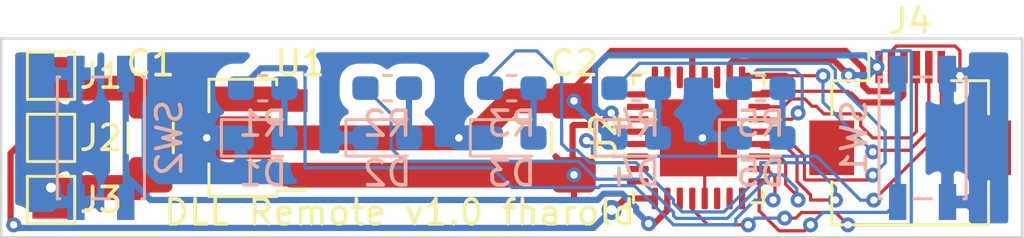
<source format=kicad_pcb>
(kicad_pcb (version 20171130) (host pcbnew "(5.1.6-0-10_14)")

  (general
    (thickness 1.6)
    (drawings 37)
    (tracks 305)
    (zones 0)
    (modules 20)
    (nets 37)
  )

  (page A4)
  (layers
    (0 F.Cu signal)
    (31 B.Cu signal)
    (32 B.Adhes user)
    (33 F.Adhes user)
    (34 B.Paste user)
    (35 F.Paste user)
    (36 B.SilkS user hide)
    (37 F.SilkS user)
    (38 B.Mask user hide)
    (39 F.Mask user hide)
    (40 Dwgs.User user)
    (41 Cmts.User user)
    (42 Eco1.User user hide)
    (43 Eco2.User user hide)
    (44 Edge.Cuts user)
    (45 Margin user hide)
    (46 B.CrtYd user)
    (47 F.CrtYd user)
    (48 B.Fab user hide)
    (49 F.Fab user hide)
  )

  (setup
    (last_trace_width 0.13)
    (user_trace_width 0.13)
    (user_trace_width 0.25)
    (user_trace_width 1)
    (trace_clearance 0.13)
    (zone_clearance 0.508)
    (zone_45_only no)
    (trace_min 0.13)
    (via_size 0.6)
    (via_drill 0.4)
    (via_min_size 0.4)
    (via_min_drill 0.3)
    (user_via 0.6 0.3)
    (uvia_size 0.3)
    (uvia_drill 0.1)
    (uvias_allowed no)
    (uvia_min_size 0.2)
    (uvia_min_drill 0.1)
    (edge_width 0.1)
    (segment_width 0.2)
    (pcb_text_width 0.3)
    (pcb_text_size 1.5 1.5)
    (mod_edge_width 0.15)
    (mod_text_size 1 1)
    (mod_text_width 0.15)
    (pad_size 1.524 1.524)
    (pad_drill 0.762)
    (pad_to_mask_clearance 0)
    (aux_axis_origin 0 0)
    (visible_elements FFFFFF7F)
    (pcbplotparams
      (layerselection 0x010fc_ffffffff)
      (usegerberextensions false)
      (usegerberattributes true)
      (usegerberadvancedattributes true)
      (creategerberjobfile true)
      (excludeedgelayer true)
      (linewidth 0.100000)
      (plotframeref false)
      (viasonmask false)
      (mode 1)
      (useauxorigin false)
      (hpglpennumber 1)
      (hpglpenspeed 20)
      (hpglpendiameter 15.000000)
      (psnegative false)
      (psa4output false)
      (plotreference true)
      (plotvalue true)
      (plotinvisibletext false)
      (padsonsilk false)
      (subtractmaskfromsilk false)
      (outputformat 1)
      (mirror false)
      (drillshape 0)
      (scaleselection 1)
      (outputdirectory "remote/"))
  )

  (net 0 "")
  (net 1 GND)
  (net 2 Vin)
  (net 3 5V)
  (net 4 "Net-(D1-Pad2)")
  (net 5 "Net-(D2-Pad2)")
  (net 6 "Net-(D3-Pad2)")
  (net 7 "Net-(D4-Pad2)")
  (net 8 "Net-(D5-Pad2)")
  (net 9 PWM)
  (net 10 "Net-(R1-Pad1)")
  (net 11 "Net-(R2-Pad1)")
  (net 12 "Net-(R3-Pad1)")
  (net 13 "Net-(R4-Pad1)")
  (net 14 "Net-(R5-Pad1)")
  (net 15 "Net-(SW1-Pad1)")
  (net 16 "Net-(SW2-Pad1)")
  (net 17 "Net-(U2-Pad3)")
  (net 18 "Net-(U2-Pad6)")
  (net 19 "Net-(U2-Pad7)")
  (net 20 "Net-(U2-Pad8)")
  (net 21 "Net-(U2-Pad19)")
  (net 22 "Net-(U2-Pad20)")
  (net 23 "Net-(U2-Pad22)")
  (net 24 "Net-(U2-Pad23)")
  (net 25 "Net-(U2-Pad24)")
  (net 26 "Net-(U2-Pad25)")
  (net 27 "Net-(U2-Pad26)")
  (net 28 "Net-(U2-Pad27)")
  (net 29 "Net-(U2-Pad28)")
  (net 30 "Net-(U2-Pad30)")
  (net 31 "Net-(U2-Pad31)")
  (net 32 "Net-(U2-Pad32)")
  (net 33 MISO)
  (net 34 MOSI)
  (net 35 SCK)
  (net 36 RESET)

  (net_class Default "This is the default net class."
    (clearance 0.13)
    (trace_width 0.13)
    (via_dia 0.6)
    (via_drill 0.4)
    (uvia_dia 0.3)
    (uvia_drill 0.1)
    (add_net 5V)
    (add_net GND)
    (add_net MISO)
    (add_net MOSI)
    (add_net "Net-(D1-Pad2)")
    (add_net "Net-(D2-Pad2)")
    (add_net "Net-(D3-Pad2)")
    (add_net "Net-(D4-Pad2)")
    (add_net "Net-(D5-Pad2)")
    (add_net "Net-(R1-Pad1)")
    (add_net "Net-(R2-Pad1)")
    (add_net "Net-(R3-Pad1)")
    (add_net "Net-(R4-Pad1)")
    (add_net "Net-(R5-Pad1)")
    (add_net "Net-(SW1-Pad1)")
    (add_net "Net-(SW2-Pad1)")
    (add_net "Net-(U2-Pad19)")
    (add_net "Net-(U2-Pad20)")
    (add_net "Net-(U2-Pad22)")
    (add_net "Net-(U2-Pad23)")
    (add_net "Net-(U2-Pad24)")
    (add_net "Net-(U2-Pad25)")
    (add_net "Net-(U2-Pad26)")
    (add_net "Net-(U2-Pad27)")
    (add_net "Net-(U2-Pad28)")
    (add_net "Net-(U2-Pad3)")
    (add_net "Net-(U2-Pad30)")
    (add_net "Net-(U2-Pad31)")
    (add_net "Net-(U2-Pad32)")
    (add_net "Net-(U2-Pad6)")
    (add_net "Net-(U2-Pad7)")
    (add_net "Net-(U2-Pad8)")
    (add_net PWM)
    (add_net RESET)
    (add_net SCK)
    (add_net Vin)
  )

  (net_class MIN ""
    (clearance 0.13)
    (trace_width 0.13)
    (via_dia 0.6)
    (via_drill 0.3)
    (uvia_dia 0.3)
    (uvia_drill 0.1)
  )

  (module Package_DFN_QFN:QFN-32-1EP_5x5mm_P0.5mm_EP3.1x3.1mm (layer F.Cu) (tedit 5DC5F6A4) (tstamp 5FE8C369)
    (at 41 17 90)
    (descr "QFN, 32 Pin (http://ww1.microchip.com/downloads/en/DeviceDoc/8008S.pdf#page=20), generated with kicad-footprint-generator ipc_noLead_generator.py")
    (tags "QFN NoLead")
    (path /5FE814F2)
    (attr smd)
    (fp_text reference U2 (at 0 -3.82 90) (layer F.SilkS)
      (effects (font (size 1 1) (thickness 0.15)))
    )
    (fp_text value ATmega328PB-MU (at 0 3.82 90) (layer F.Fab)
      (effects (font (size 1 1) (thickness 0.15)))
    )
    (fp_line (start 2.135 -2.61) (end 2.61 -2.61) (layer F.SilkS) (width 0.12))
    (fp_line (start 2.61 -2.61) (end 2.61 -2.135) (layer F.SilkS) (width 0.12))
    (fp_line (start -2.135 2.61) (end -2.61 2.61) (layer F.SilkS) (width 0.12))
    (fp_line (start -2.61 2.61) (end -2.61 2.135) (layer F.SilkS) (width 0.12))
    (fp_line (start 2.135 2.61) (end 2.61 2.61) (layer F.SilkS) (width 0.12))
    (fp_line (start 2.61 2.61) (end 2.61 2.135) (layer F.SilkS) (width 0.12))
    (fp_line (start -2.135 -2.61) (end -2.61 -2.61) (layer F.SilkS) (width 0.12))
    (fp_line (start -1.5 -2.5) (end 2.5 -2.5) (layer F.Fab) (width 0.1))
    (fp_line (start 2.5 -2.5) (end 2.5 2.5) (layer F.Fab) (width 0.1))
    (fp_line (start 2.5 2.5) (end -2.5 2.5) (layer F.Fab) (width 0.1))
    (fp_line (start -2.5 2.5) (end -2.5 -1.5) (layer F.Fab) (width 0.1))
    (fp_line (start -2.5 -1.5) (end -1.5 -2.5) (layer F.Fab) (width 0.1))
    (fp_line (start -3.12 -3.12) (end -3.12 3.12) (layer F.CrtYd) (width 0.05))
    (fp_line (start -3.12 3.12) (end 3.12 3.12) (layer F.CrtYd) (width 0.05))
    (fp_line (start 3.12 3.12) (end 3.12 -3.12) (layer F.CrtYd) (width 0.05))
    (fp_line (start 3.12 -3.12) (end -3.12 -3.12) (layer F.CrtYd) (width 0.05))
    (fp_text user %R (at 0 0 90) (layer F.Fab)
      (effects (font (size 1 1) (thickness 0.15)))
    )
    (pad 1 smd roundrect (at -2.4375 -1.75 90) (size 0.875 0.25) (layers F.Cu F.Paste F.Mask) (roundrect_rratio 0.25)
      (net 9 PWM))
    (pad 2 smd roundrect (at -2.4375 -1.25 90) (size 0.875 0.25) (layers F.Cu F.Paste F.Mask) (roundrect_rratio 0.25)
      (net 16 "Net-(SW2-Pad1)"))
    (pad 3 smd roundrect (at -2.4375 -0.75 90) (size 0.875 0.25) (layers F.Cu F.Paste F.Mask) (roundrect_rratio 0.25)
      (net 17 "Net-(U2-Pad3)"))
    (pad 4 smd roundrect (at -2.4375 -0.25 90) (size 0.875 0.25) (layers F.Cu F.Paste F.Mask) (roundrect_rratio 0.25)
      (net 3 5V))
    (pad 5 smd roundrect (at -2.4375 0.25 90) (size 0.875 0.25) (layers F.Cu F.Paste F.Mask) (roundrect_rratio 0.25)
      (net 1 GND))
    (pad 6 smd roundrect (at -2.4375 0.75 90) (size 0.875 0.25) (layers F.Cu F.Paste F.Mask) (roundrect_rratio 0.25)
      (net 18 "Net-(U2-Pad6)"))
    (pad 7 smd roundrect (at -2.4375 1.25 90) (size 0.875 0.25) (layers F.Cu F.Paste F.Mask) (roundrect_rratio 0.25)
      (net 19 "Net-(U2-Pad7)"))
    (pad 8 smd roundrect (at -2.4375 1.75 90) (size 0.875 0.25) (layers F.Cu F.Paste F.Mask) (roundrect_rratio 0.25)
      (net 20 "Net-(U2-Pad8)"))
    (pad 9 smd roundrect (at -1.75 2.4375 90) (size 0.25 0.875) (layers F.Cu F.Paste F.Mask) (roundrect_rratio 0.25)
      (net 15 "Net-(SW1-Pad1)"))
    (pad 10 smd roundrect (at -1.25 2.4375 90) (size 0.25 0.875) (layers F.Cu F.Paste F.Mask) (roundrect_rratio 0.25)
      (net 10 "Net-(R1-Pad1)"))
    (pad 11 smd roundrect (at -0.75 2.4375 90) (size 0.25 0.875) (layers F.Cu F.Paste F.Mask) (roundrect_rratio 0.25)
      (net 11 "Net-(R2-Pad1)"))
    (pad 12 smd roundrect (at -0.25 2.4375 90) (size 0.25 0.875) (layers F.Cu F.Paste F.Mask) (roundrect_rratio 0.25)
      (net 12 "Net-(R3-Pad1)"))
    (pad 13 smd roundrect (at 0.25 2.4375 90) (size 0.25 0.875) (layers F.Cu F.Paste F.Mask) (roundrect_rratio 0.25)
      (net 13 "Net-(R4-Pad1)"))
    (pad 14 smd roundrect (at 0.75 2.4375 90) (size 0.25 0.875) (layers F.Cu F.Paste F.Mask) (roundrect_rratio 0.25)
      (net 14 "Net-(R5-Pad1)"))
    (pad 15 smd roundrect (at 1.25 2.4375 90) (size 0.25 0.875) (layers F.Cu F.Paste F.Mask) (roundrect_rratio 0.25)
      (net 34 MOSI))
    (pad 16 smd roundrect (at 1.75 2.4375 90) (size 0.25 0.875) (layers F.Cu F.Paste F.Mask) (roundrect_rratio 0.25)
      (net 33 MISO))
    (pad 17 smd roundrect (at 2.4375 1.75 90) (size 0.875 0.25) (layers F.Cu F.Paste F.Mask) (roundrect_rratio 0.25)
      (net 35 SCK))
    (pad 18 smd roundrect (at 2.4375 1.25 90) (size 0.875 0.25) (layers F.Cu F.Paste F.Mask) (roundrect_rratio 0.25)
      (net 3 5V))
    (pad 19 smd roundrect (at 2.4375 0.75 90) (size 0.875 0.25) (layers F.Cu F.Paste F.Mask) (roundrect_rratio 0.25)
      (net 21 "Net-(U2-Pad19)"))
    (pad 20 smd roundrect (at 2.4375 0.25 90) (size 0.875 0.25) (layers F.Cu F.Paste F.Mask) (roundrect_rratio 0.25)
      (net 22 "Net-(U2-Pad20)"))
    (pad 21 smd roundrect (at 2.4375 -0.25 90) (size 0.875 0.25) (layers F.Cu F.Paste F.Mask) (roundrect_rratio 0.25)
      (net 1 GND))
    (pad 22 smd roundrect (at 2.4375 -0.75 90) (size 0.875 0.25) (layers F.Cu F.Paste F.Mask) (roundrect_rratio 0.25)
      (net 23 "Net-(U2-Pad22)"))
    (pad 23 smd roundrect (at 2.4375 -1.25 90) (size 0.875 0.25) (layers F.Cu F.Paste F.Mask) (roundrect_rratio 0.25)
      (net 24 "Net-(U2-Pad23)"))
    (pad 24 smd roundrect (at 2.4375 -1.75 90) (size 0.875 0.25) (layers F.Cu F.Paste F.Mask) (roundrect_rratio 0.25)
      (net 25 "Net-(U2-Pad24)"))
    (pad 25 smd roundrect (at 1.75 -2.4375 90) (size 0.25 0.875) (layers F.Cu F.Paste F.Mask) (roundrect_rratio 0.25)
      (net 26 "Net-(U2-Pad25)"))
    (pad 26 smd roundrect (at 1.25 -2.4375 90) (size 0.25 0.875) (layers F.Cu F.Paste F.Mask) (roundrect_rratio 0.25)
      (net 27 "Net-(U2-Pad26)"))
    (pad 27 smd roundrect (at 0.75 -2.4375 90) (size 0.25 0.875) (layers F.Cu F.Paste F.Mask) (roundrect_rratio 0.25)
      (net 28 "Net-(U2-Pad27)"))
    (pad 28 smd roundrect (at 0.25 -2.4375 90) (size 0.25 0.875) (layers F.Cu F.Paste F.Mask) (roundrect_rratio 0.25)
      (net 29 "Net-(U2-Pad28)"))
    (pad 29 smd roundrect (at -0.25 -2.4375 90) (size 0.25 0.875) (layers F.Cu F.Paste F.Mask) (roundrect_rratio 0.25)
      (net 36 RESET))
    (pad 30 smd roundrect (at -0.75 -2.4375 90) (size 0.25 0.875) (layers F.Cu F.Paste F.Mask) (roundrect_rratio 0.25)
      (net 30 "Net-(U2-Pad30)"))
    (pad 31 smd roundrect (at -1.25 -2.4375 90) (size 0.25 0.875) (layers F.Cu F.Paste F.Mask) (roundrect_rratio 0.25)
      (net 31 "Net-(U2-Pad31)"))
    (pad 32 smd roundrect (at -1.75 -2.4375 90) (size 0.25 0.875) (layers F.Cu F.Paste F.Mask) (roundrect_rratio 0.25)
      (net 32 "Net-(U2-Pad32)"))
    (pad 33 smd rect (at 0 0 90) (size 3.1 3.1) (layers F.Cu F.Mask)
      (net 1 GND))
    (pad "" smd roundrect (at -1.03 -1.03 90) (size 0.83 0.83) (layers F.Paste) (roundrect_rratio 0.25))
    (pad "" smd roundrect (at -1.03 0 90) (size 0.83 0.83) (layers F.Paste) (roundrect_rratio 0.25))
    (pad "" smd roundrect (at -1.03 1.03 90) (size 0.83 0.83) (layers F.Paste) (roundrect_rratio 0.25))
    (pad "" smd roundrect (at 0 -1.03 90) (size 0.83 0.83) (layers F.Paste) (roundrect_rratio 0.25))
    (pad "" smd roundrect (at 0 0 90) (size 0.83 0.83) (layers F.Paste) (roundrect_rratio 0.25))
    (pad "" smd roundrect (at 0 1.03 90) (size 0.83 0.83) (layers F.Paste) (roundrect_rratio 0.25))
    (pad "" smd roundrect (at 1.03 -1.03 90) (size 0.83 0.83) (layers F.Paste) (roundrect_rratio 0.25))
    (pad "" smd roundrect (at 1.03 0 90) (size 0.83 0.83) (layers F.Paste) (roundrect_rratio 0.25))
    (pad "" smd roundrect (at 1.03 1.03 90) (size 0.83 0.83) (layers F.Paste) (roundrect_rratio 0.25))
    (model ${KISYS3DMOD}/Package_DFN_QFN.3dshapes/QFN-32-1EP_5x5mm_P0.5mm_EP3.1x3.1mm.wrl
      (at (xyz 0 0 0))
      (scale (xyz 1 1 1))
      (rotate (xyz 0 0 0))
    )
  )

  (module Capacitor_SMD:C_1206_3216Metric_Pad1.42x1.75mm_HandSolder (layer F.Cu) (tedit 5B301BBE) (tstamp 5FE8BD5C)
    (at 19 17 270)
    (descr "Capacitor SMD 1206 (3216 Metric), square (rectangular) end terminal, IPC_7351 nominal with elongated pad for handsoldering. (Body size source: http://www.tortai-tech.com/upload/download/2011102023233369053.pdf), generated with kicad-footprint-generator")
    (tags "capacitor handsolder")
    (path /5FE89FD9)
    (attr smd)
    (fp_text reference C1 (at -3 0 180) (layer F.SilkS)
      (effects (font (size 1 1) (thickness 0.15)))
    )
    (fp_text value 100n (at 3 0 180) (layer F.Fab)
      (effects (font (size 1 1) (thickness 0.15)))
    )
    (fp_line (start 2.45 1.12) (end -2.45 1.12) (layer F.CrtYd) (width 0.05))
    (fp_line (start 2.45 -1.12) (end 2.45 1.12) (layer F.CrtYd) (width 0.05))
    (fp_line (start -2.45 -1.12) (end 2.45 -1.12) (layer F.CrtYd) (width 0.05))
    (fp_line (start -2.45 1.12) (end -2.45 -1.12) (layer F.CrtYd) (width 0.05))
    (fp_line (start -0.602064 0.91) (end 0.602064 0.91) (layer F.SilkS) (width 0.12))
    (fp_line (start -0.602064 -0.91) (end 0.602064 -0.91) (layer F.SilkS) (width 0.12))
    (fp_line (start 1.6 0.8) (end -1.6 0.8) (layer F.Fab) (width 0.1))
    (fp_line (start 1.6 -0.8) (end 1.6 0.8) (layer F.Fab) (width 0.1))
    (fp_line (start -1.6 -0.8) (end 1.6 -0.8) (layer F.Fab) (width 0.1))
    (fp_line (start -1.6 0.8) (end -1.6 -0.8) (layer F.Fab) (width 0.1))
    (fp_text user %R (at 0 0 90) (layer F.Fab)
      (effects (font (size 0.8 0.8) (thickness 0.12)))
    )
    (pad 2 smd roundrect (at 1.4875 0 270) (size 1.425 1.75) (layers F.Cu F.Paste F.Mask) (roundrect_rratio 0.175439)
      (net 1 GND))
    (pad 1 smd roundrect (at -1.4875 0 270) (size 1.425 1.75) (layers F.Cu F.Paste F.Mask) (roundrect_rratio 0.175439)
      (net 2 Vin))
    (model ${KISYS3DMOD}/Capacitor_SMD.3dshapes/C_1206_3216Metric.wrl
      (at (xyz 0 0 0))
      (scale (xyz 1 1 1))
      (rotate (xyz 0 0 0))
    )
  )

  (module Capacitor_SMD:C_1206_3216Metric_Pad1.42x1.75mm_HandSolder (layer F.Cu) (tedit 5B301BBE) (tstamp 5FE8BD6D)
    (at 36 17 90)
    (descr "Capacitor SMD 1206 (3216 Metric), square (rectangular) end terminal, IPC_7351 nominal with elongated pad for handsoldering. (Body size source: http://www.tortai-tech.com/upload/download/2011102023233369053.pdf), generated with kicad-footprint-generator")
    (tags "capacitor handsolder")
    (path /5FE88A74)
    (attr smd)
    (fp_text reference C2 (at 3 0) (layer F.SilkS)
      (effects (font (size 1 1) (thickness 0.15)))
    )
    (fp_text value 100n (at -3 0 180) (layer F.Fab)
      (effects (font (size 1 1) (thickness 0.15)))
    )
    (fp_line (start -1.6 0.8) (end -1.6 -0.8) (layer F.Fab) (width 0.1))
    (fp_line (start -1.6 -0.8) (end 1.6 -0.8) (layer F.Fab) (width 0.1))
    (fp_line (start 1.6 -0.8) (end 1.6 0.8) (layer F.Fab) (width 0.1))
    (fp_line (start 1.6 0.8) (end -1.6 0.8) (layer F.Fab) (width 0.1))
    (fp_line (start -0.602064 -0.91) (end 0.602064 -0.91) (layer F.SilkS) (width 0.12))
    (fp_line (start -0.602064 0.91) (end 0.602064 0.91) (layer F.SilkS) (width 0.12))
    (fp_line (start -2.45 1.12) (end -2.45 -1.12) (layer F.CrtYd) (width 0.05))
    (fp_line (start -2.45 -1.12) (end 2.45 -1.12) (layer F.CrtYd) (width 0.05))
    (fp_line (start 2.45 -1.12) (end 2.45 1.12) (layer F.CrtYd) (width 0.05))
    (fp_line (start 2.45 1.12) (end -2.45 1.12) (layer F.CrtYd) (width 0.05))
    (fp_text user %R (at 0 0 90) (layer F.Fab)
      (effects (font (size 0.8 0.8) (thickness 0.12)))
    )
    (pad 1 smd roundrect (at -1.4875 0 90) (size 1.425 1.75) (layers F.Cu F.Paste F.Mask) (roundrect_rratio 0.175439)
      (net 3 5V))
    (pad 2 smd roundrect (at 1.4875 0 90) (size 1.425 1.75) (layers F.Cu F.Paste F.Mask) (roundrect_rratio 0.175439)
      (net 1 GND))
    (model ${KISYS3DMOD}/Capacitor_SMD.3dshapes/C_1206_3216Metric.wrl
      (at (xyz 0 0 0))
      (scale (xyz 1 1 1))
      (rotate (xyz 0 0 0))
    )
  )

  (module LED_SMD:LED_0603_1608Metric_Pad1.05x0.95mm_HandSolder (layer B.Cu) (tedit 5B4B45C9) (tstamp 5FE8BD80)
    (at 23.5 17)
    (descr "LED SMD 0603 (1608 Metric), square (rectangular) end terminal, IPC_7351 nominal, (Body size source: http://www.tortai-tech.com/upload/download/2011102023233369053.pdf), generated with kicad-footprint-generator")
    (tags "LED handsolder")
    (path /5FE8E927)
    (attr smd)
    (fp_text reference D1 (at 0 1.43 180) (layer B.SilkS)
      (effects (font (size 1 1) (thickness 0.15)) (justify mirror))
    )
    (fp_text value 1_LED (at 0 -1.43 180) (layer B.Fab)
      (effects (font (size 1 1) (thickness 0.15)) (justify mirror))
    )
    (fp_line (start 0.8 0.4) (end -0.5 0.4) (layer B.Fab) (width 0.1))
    (fp_line (start -0.5 0.4) (end -0.8 0.1) (layer B.Fab) (width 0.1))
    (fp_line (start -0.8 0.1) (end -0.8 -0.4) (layer B.Fab) (width 0.1))
    (fp_line (start -0.8 -0.4) (end 0.8 -0.4) (layer B.Fab) (width 0.1))
    (fp_line (start 0.8 -0.4) (end 0.8 0.4) (layer B.Fab) (width 0.1))
    (fp_line (start 0.8 0.735) (end -1.66 0.735) (layer B.SilkS) (width 0.12))
    (fp_line (start -1.66 0.735) (end -1.66 -0.735) (layer B.SilkS) (width 0.12))
    (fp_line (start -1.66 -0.735) (end 0.8 -0.735) (layer B.SilkS) (width 0.12))
    (fp_line (start -1.65 -0.73) (end -1.65 0.73) (layer B.CrtYd) (width 0.05))
    (fp_line (start -1.65 0.73) (end 1.65 0.73) (layer B.CrtYd) (width 0.05))
    (fp_line (start 1.65 0.73) (end 1.65 -0.73) (layer B.CrtYd) (width 0.05))
    (fp_line (start 1.65 -0.73) (end -1.65 -0.73) (layer B.CrtYd) (width 0.05))
    (fp_text user %R (at 0 0 180) (layer B.Fab)
      (effects (font (size 0.4 0.4) (thickness 0.06)) (justify mirror))
    )
    (pad 1 smd roundrect (at -0.875 0) (size 1.05 0.95) (layers B.Cu B.Paste B.Mask) (roundrect_rratio 0.25)
      (net 1 GND))
    (pad 2 smd roundrect (at 0.875 0) (size 1.05 0.95) (layers B.Cu B.Paste B.Mask) (roundrect_rratio 0.25)
      (net 4 "Net-(D1-Pad2)"))
    (model ${KISYS3DMOD}/LED_SMD.3dshapes/LED_0603_1608Metric.wrl
      (at (xyz 0 0 0))
      (scale (xyz 1 1 1))
      (rotate (xyz 0 0 0))
    )
  )

  (module LED_SMD:LED_0603_1608Metric_Pad1.05x0.95mm_HandSolder (layer B.Cu) (tedit 5B4B45C9) (tstamp 5FE8BD93)
    (at 28.5 17)
    (descr "LED SMD 0603 (1608 Metric), square (rectangular) end terminal, IPC_7351 nominal, (Body size source: http://www.tortai-tech.com/upload/download/2011102023233369053.pdf), generated with kicad-footprint-generator")
    (tags "LED handsolder")
    (path /5FE952ED)
    (attr smd)
    (fp_text reference D2 (at 0 1.43) (layer B.SilkS)
      (effects (font (size 1 1) (thickness 0.15)) (justify mirror))
    )
    (fp_text value 2_LED (at 0 -1.43) (layer B.Fab)
      (effects (font (size 1 1) (thickness 0.15)) (justify mirror))
    )
    (fp_line (start 1.65 -0.73) (end -1.65 -0.73) (layer B.CrtYd) (width 0.05))
    (fp_line (start 1.65 0.73) (end 1.65 -0.73) (layer B.CrtYd) (width 0.05))
    (fp_line (start -1.65 0.73) (end 1.65 0.73) (layer B.CrtYd) (width 0.05))
    (fp_line (start -1.65 -0.73) (end -1.65 0.73) (layer B.CrtYd) (width 0.05))
    (fp_line (start -1.66 -0.735) (end 0.8 -0.735) (layer B.SilkS) (width 0.12))
    (fp_line (start -1.66 0.735) (end -1.66 -0.735) (layer B.SilkS) (width 0.12))
    (fp_line (start 0.8 0.735) (end -1.66 0.735) (layer B.SilkS) (width 0.12))
    (fp_line (start 0.8 -0.4) (end 0.8 0.4) (layer B.Fab) (width 0.1))
    (fp_line (start -0.8 -0.4) (end 0.8 -0.4) (layer B.Fab) (width 0.1))
    (fp_line (start -0.8 0.1) (end -0.8 -0.4) (layer B.Fab) (width 0.1))
    (fp_line (start -0.5 0.4) (end -0.8 0.1) (layer B.Fab) (width 0.1))
    (fp_line (start 0.8 0.4) (end -0.5 0.4) (layer B.Fab) (width 0.1))
    (fp_text user %R (at 0 0) (layer B.Fab)
      (effects (font (size 0.4 0.4) (thickness 0.06)) (justify mirror))
    )
    (pad 2 smd roundrect (at 0.875 0) (size 1.05 0.95) (layers B.Cu B.Paste B.Mask) (roundrect_rratio 0.25)
      (net 5 "Net-(D2-Pad2)"))
    (pad 1 smd roundrect (at -0.875 0) (size 1.05 0.95) (layers B.Cu B.Paste B.Mask) (roundrect_rratio 0.25)
      (net 1 GND))
    (model ${KISYS3DMOD}/LED_SMD.3dshapes/LED_0603_1608Metric.wrl
      (at (xyz 0 0 0))
      (scale (xyz 1 1 1))
      (rotate (xyz 0 0 0))
    )
  )

  (module LED_SMD:LED_0603_1608Metric_Pad1.05x0.95mm_HandSolder (layer B.Cu) (tedit 5B4B45C9) (tstamp 5FE8BDA6)
    (at 33.5 17)
    (descr "LED SMD 0603 (1608 Metric), square (rectangular) end terminal, IPC_7351 nominal, (Body size source: http://www.tortai-tech.com/upload/download/2011102023233369053.pdf), generated with kicad-footprint-generator")
    (tags "LED handsolder")
    (path /5FE95D88)
    (attr smd)
    (fp_text reference D3 (at 0 1.43) (layer B.SilkS)
      (effects (font (size 1 1) (thickness 0.15)) (justify mirror))
    )
    (fp_text value 3_LED (at 0 -1.43) (layer B.Fab)
      (effects (font (size 1 1) (thickness 0.15)) (justify mirror))
    )
    (fp_line (start 0.8 0.4) (end -0.5 0.4) (layer B.Fab) (width 0.1))
    (fp_line (start -0.5 0.4) (end -0.8 0.1) (layer B.Fab) (width 0.1))
    (fp_line (start -0.8 0.1) (end -0.8 -0.4) (layer B.Fab) (width 0.1))
    (fp_line (start -0.8 -0.4) (end 0.8 -0.4) (layer B.Fab) (width 0.1))
    (fp_line (start 0.8 -0.4) (end 0.8 0.4) (layer B.Fab) (width 0.1))
    (fp_line (start 0.8 0.735) (end -1.66 0.735) (layer B.SilkS) (width 0.12))
    (fp_line (start -1.66 0.735) (end -1.66 -0.735) (layer B.SilkS) (width 0.12))
    (fp_line (start -1.66 -0.735) (end 0.8 -0.735) (layer B.SilkS) (width 0.12))
    (fp_line (start -1.65 -0.73) (end -1.65 0.73) (layer B.CrtYd) (width 0.05))
    (fp_line (start -1.65 0.73) (end 1.65 0.73) (layer B.CrtYd) (width 0.05))
    (fp_line (start 1.65 0.73) (end 1.65 -0.73) (layer B.CrtYd) (width 0.05))
    (fp_line (start 1.65 -0.73) (end -1.65 -0.73) (layer B.CrtYd) (width 0.05))
    (fp_text user %R (at 0 0) (layer B.Fab)
      (effects (font (size 0.4 0.4) (thickness 0.06)) (justify mirror))
    )
    (pad 1 smd roundrect (at -0.875 0) (size 1.05 0.95) (layers B.Cu B.Paste B.Mask) (roundrect_rratio 0.25)
      (net 1 GND))
    (pad 2 smd roundrect (at 0.875 0) (size 1.05 0.95) (layers B.Cu B.Paste B.Mask) (roundrect_rratio 0.25)
      (net 6 "Net-(D3-Pad2)"))
    (model ${KISYS3DMOD}/LED_SMD.3dshapes/LED_0603_1608Metric.wrl
      (at (xyz 0 0 0))
      (scale (xyz 1 1 1))
      (rotate (xyz 0 0 0))
    )
  )

  (module LED_SMD:LED_0603_1608Metric_Pad1.05x0.95mm_HandSolder (layer B.Cu) (tedit 5B4B45C9) (tstamp 5FE8BDB9)
    (at 38.5 17)
    (descr "LED SMD 0603 (1608 Metric), square (rectangular) end terminal, IPC_7351 nominal, (Body size source: http://www.tortai-tech.com/upload/download/2011102023233369053.pdf), generated with kicad-footprint-generator")
    (tags "LED handsolder")
    (path /5FE96A1C)
    (attr smd)
    (fp_text reference D4 (at 0 1.43) (layer B.SilkS)
      (effects (font (size 1 1) (thickness 0.15)) (justify mirror))
    )
    (fp_text value 4_LED (at 0 -1.43) (layer B.Fab)
      (effects (font (size 1 1) (thickness 0.15)) (justify mirror))
    )
    (fp_line (start 1.65 -0.73) (end -1.65 -0.73) (layer B.CrtYd) (width 0.05))
    (fp_line (start 1.65 0.73) (end 1.65 -0.73) (layer B.CrtYd) (width 0.05))
    (fp_line (start -1.65 0.73) (end 1.65 0.73) (layer B.CrtYd) (width 0.05))
    (fp_line (start -1.65 -0.73) (end -1.65 0.73) (layer B.CrtYd) (width 0.05))
    (fp_line (start -1.66 -0.735) (end 0.8 -0.735) (layer B.SilkS) (width 0.12))
    (fp_line (start -1.66 0.735) (end -1.66 -0.735) (layer B.SilkS) (width 0.12))
    (fp_line (start 0.8 0.735) (end -1.66 0.735) (layer B.SilkS) (width 0.12))
    (fp_line (start 0.8 -0.4) (end 0.8 0.4) (layer B.Fab) (width 0.1))
    (fp_line (start -0.8 -0.4) (end 0.8 -0.4) (layer B.Fab) (width 0.1))
    (fp_line (start -0.8 0.1) (end -0.8 -0.4) (layer B.Fab) (width 0.1))
    (fp_line (start -0.5 0.4) (end -0.8 0.1) (layer B.Fab) (width 0.1))
    (fp_line (start 0.8 0.4) (end -0.5 0.4) (layer B.Fab) (width 0.1))
    (fp_text user %R (at 0 0) (layer B.Fab)
      (effects (font (size 0.4 0.4) (thickness 0.06)) (justify mirror))
    )
    (pad 2 smd roundrect (at 0.875 0) (size 1.05 0.95) (layers B.Cu B.Paste B.Mask) (roundrect_rratio 0.25)
      (net 7 "Net-(D4-Pad2)"))
    (pad 1 smd roundrect (at -0.875 0) (size 1.05 0.95) (layers B.Cu B.Paste B.Mask) (roundrect_rratio 0.25)
      (net 1 GND))
    (model ${KISYS3DMOD}/LED_SMD.3dshapes/LED_0603_1608Metric.wrl
      (at (xyz 0 0 0))
      (scale (xyz 1 1 1))
      (rotate (xyz 0 0 0))
    )
  )

  (module LED_SMD:LED_0603_1608Metric_Pad1.05x0.95mm_HandSolder (layer B.Cu) (tedit 5B4B45C9) (tstamp 5FE8BDCC)
    (at 43.5 17)
    (descr "LED SMD 0603 (1608 Metric), square (rectangular) end terminal, IPC_7351 nominal, (Body size source: http://www.tortai-tech.com/upload/download/2011102023233369053.pdf), generated with kicad-footprint-generator")
    (tags "LED handsolder")
    (path /5FE97423)
    (attr smd)
    (fp_text reference D5 (at 0 1.43) (layer B.SilkS)
      (effects (font (size 1 1) (thickness 0.15)) (justify mirror))
    )
    (fp_text value 5_LED (at 0 -1.43) (layer B.Fab)
      (effects (font (size 1 1) (thickness 0.15)) (justify mirror))
    )
    (fp_line (start 0.8 0.4) (end -0.5 0.4) (layer B.Fab) (width 0.1))
    (fp_line (start -0.5 0.4) (end -0.8 0.1) (layer B.Fab) (width 0.1))
    (fp_line (start -0.8 0.1) (end -0.8 -0.4) (layer B.Fab) (width 0.1))
    (fp_line (start -0.8 -0.4) (end 0.8 -0.4) (layer B.Fab) (width 0.1))
    (fp_line (start 0.8 -0.4) (end 0.8 0.4) (layer B.Fab) (width 0.1))
    (fp_line (start 0.8 0.735) (end -1.66 0.735) (layer B.SilkS) (width 0.12))
    (fp_line (start -1.66 0.735) (end -1.66 -0.735) (layer B.SilkS) (width 0.12))
    (fp_line (start -1.66 -0.735) (end 0.8 -0.735) (layer B.SilkS) (width 0.12))
    (fp_line (start -1.65 -0.73) (end -1.65 0.73) (layer B.CrtYd) (width 0.05))
    (fp_line (start -1.65 0.73) (end 1.65 0.73) (layer B.CrtYd) (width 0.05))
    (fp_line (start 1.65 0.73) (end 1.65 -0.73) (layer B.CrtYd) (width 0.05))
    (fp_line (start 1.65 -0.73) (end -1.65 -0.73) (layer B.CrtYd) (width 0.05))
    (fp_text user %R (at 0 0) (layer B.Fab)
      (effects (font (size 0.4 0.4) (thickness 0.06)) (justify mirror))
    )
    (pad 1 smd roundrect (at -0.875 0) (size 1.05 0.95) (layers B.Cu B.Paste B.Mask) (roundrect_rratio 0.25)
      (net 1 GND))
    (pad 2 smd roundrect (at 0.875 0) (size 1.05 0.95) (layers B.Cu B.Paste B.Mask) (roundrect_rratio 0.25)
      (net 8 "Net-(D5-Pad2)"))
    (model ${KISYS3DMOD}/LED_SMD.3dshapes/LED_0603_1608Metric.wrl
      (at (xyz 0 0 0))
      (scale (xyz 1 1 1))
      (rotate (xyz 0 0 0))
    )
  )

  (module TestPoint:TestPoint_Pad_1.5x1.5mm (layer F.Cu) (tedit 5A0F774F) (tstamp 5FE90A40)
    (at 15 14.5)
    (descr "SMD rectangular pad as test Point, square 1.5mm side length")
    (tags "test point SMD pad rectangle square")
    (path /5FEE01B3)
    (attr virtual)
    (fp_text reference J1 (at 2 0) (layer F.SilkS)
      (effects (font (size 1 1) (thickness 0.15)))
    )
    (fp_text value Conn_01x01_Female (at -9 0) (layer F.Fab)
      (effects (font (size 1 1) (thickness 0.15)))
    )
    (fp_line (start -0.95 -0.95) (end 0.95 -0.95) (layer F.SilkS) (width 0.12))
    (fp_line (start 0.95 -0.95) (end 0.95 0.95) (layer F.SilkS) (width 0.12))
    (fp_line (start 0.95 0.95) (end -0.95 0.95) (layer F.SilkS) (width 0.12))
    (fp_line (start -0.95 0.95) (end -0.95 -0.95) (layer F.SilkS) (width 0.12))
    (fp_line (start -1.25 -1.25) (end 1.25 -1.25) (layer F.CrtYd) (width 0.05))
    (fp_line (start -1.25 -1.25) (end -1.25 1.25) (layer F.CrtYd) (width 0.05))
    (fp_line (start 1.25 1.25) (end 1.25 -1.25) (layer F.CrtYd) (width 0.05))
    (fp_line (start 1.25 1.25) (end -1.25 1.25) (layer F.CrtYd) (width 0.05))
    (fp_text user %R (at 0 -1.65) (layer F.Fab)
      (effects (font (size 1 1) (thickness 0.15)))
    )
    (pad 1 smd rect (at 0 0) (size 1.5 1.5) (layers F.Cu F.Mask)
      (net 2 Vin))
  )

  (module TestPoint:TestPoint_Pad_1.5x1.5mm (layer F.Cu) (tedit 5A0F774F) (tstamp 5FE8BDE8)
    (at 15 17)
    (descr "SMD rectangular pad as test Point, square 1.5mm side length")
    (tags "test point SMD pad rectangle square")
    (path /5FEE11A8)
    (attr virtual)
    (fp_text reference J2 (at 2 0) (layer F.SilkS)
      (effects (font (size 1 1) (thickness 0.15)))
    )
    (fp_text value Conn_01x01_Female (at -9 0) (layer F.Fab)
      (effects (font (size 1 1) (thickness 0.15)))
    )
    (fp_line (start 1.25 1.25) (end -1.25 1.25) (layer F.CrtYd) (width 0.05))
    (fp_line (start 1.25 1.25) (end 1.25 -1.25) (layer F.CrtYd) (width 0.05))
    (fp_line (start -1.25 -1.25) (end -1.25 1.25) (layer F.CrtYd) (width 0.05))
    (fp_line (start -1.25 -1.25) (end 1.25 -1.25) (layer F.CrtYd) (width 0.05))
    (fp_line (start -0.95 0.95) (end -0.95 -0.95) (layer F.SilkS) (width 0.12))
    (fp_line (start 0.95 0.95) (end -0.95 0.95) (layer F.SilkS) (width 0.12))
    (fp_line (start 0.95 -0.95) (end 0.95 0.95) (layer F.SilkS) (width 0.12))
    (fp_line (start -0.95 -0.95) (end 0.95 -0.95) (layer F.SilkS) (width 0.12))
    (fp_text user %R (at 0 -1.65) (layer F.Fab)
      (effects (font (size 1 1) (thickness 0.15)))
    )
    (pad 1 smd rect (at 0 0) (size 1.5 1.5) (layers F.Cu F.Mask)
      (net 9 PWM))
  )

  (module TestPoint:TestPoint_Pad_1.5x1.5mm (layer F.Cu) (tedit 5A0F774F) (tstamp 5FE90A85)
    (at 15 19.5)
    (descr "SMD rectangular pad as test Point, square 1.5mm side length")
    (tags "test point SMD pad rectangle square")
    (path /5FEE1589)
    (attr virtual)
    (fp_text reference J3 (at 2 0) (layer F.SilkS)
      (effects (font (size 1 1) (thickness 0.15)))
    )
    (fp_text value Conn_01x01_Female (at -9 0) (layer F.Fab)
      (effects (font (size 1 1) (thickness 0.15)))
    )
    (fp_line (start -0.95 -0.95) (end 0.95 -0.95) (layer F.SilkS) (width 0.12))
    (fp_line (start 0.95 -0.95) (end 0.95 0.95) (layer F.SilkS) (width 0.12))
    (fp_line (start 0.95 0.95) (end -0.95 0.95) (layer F.SilkS) (width 0.12))
    (fp_line (start -0.95 0.95) (end -0.95 -0.95) (layer F.SilkS) (width 0.12))
    (fp_line (start -1.25 -1.25) (end 1.25 -1.25) (layer F.CrtYd) (width 0.05))
    (fp_line (start -1.25 -1.25) (end -1.25 1.25) (layer F.CrtYd) (width 0.05))
    (fp_line (start 1.25 1.25) (end 1.25 -1.25) (layer F.CrtYd) (width 0.05))
    (fp_line (start 1.25 1.25) (end -1.25 1.25) (layer F.CrtYd) (width 0.05))
    (fp_text user %R (at 0 -1.65) (layer F.Fab)
      (effects (font (size 1 1) (thickness 0.15)))
    )
    (pad 1 smd rect (at 0 0) (size 1.5 1.5) (layers F.Cu F.Mask)
      (net 1 GND))
  )

  (module Connector_FFC-FPC:Hirose_FH12-6S-0.5SH_1x06-1MP_P0.50mm_Horizontal (layer F.Cu) (tedit 5D24667B) (tstamp 5FE8BE1F)
    (at 49.5 16)
    (descr "Hirose FH12, FFC/FPC connector, FH12-6S-0.5SH, 6 Pins per row (https://www.hirose.com/product/en/products/FH12/FH12-24S-0.5SH(55)/), generated with kicad-footprint-generator")
    (tags "connector Hirose FH12 horizontal")
    (path /5FEE7C6C)
    (attr smd)
    (fp_text reference J4 (at 0 -3.7) (layer F.SilkS)
      (effects (font (size 1 1) (thickness 0.15)))
    )
    (fp_text value Conn_01x06 (at 0 5.6) (layer F.Fab)
      (effects (font (size 1 1) (thickness 0.15)))
    )
    (fp_line (start 0 -1.2) (end -3.05 -1.2) (layer F.Fab) (width 0.1))
    (fp_line (start -3.05 -1.2) (end -3.05 3.4) (layer F.Fab) (width 0.1))
    (fp_line (start -3.05 3.4) (end -2.45 3.4) (layer F.Fab) (width 0.1))
    (fp_line (start -2.45 3.4) (end -2.45 3.7) (layer F.Fab) (width 0.1))
    (fp_line (start -2.45 3.7) (end -2.95 3.7) (layer F.Fab) (width 0.1))
    (fp_line (start -2.95 3.7) (end -2.95 4.4) (layer F.Fab) (width 0.1))
    (fp_line (start -2.95 4.4) (end 0 4.4) (layer F.Fab) (width 0.1))
    (fp_line (start 0 -1.2) (end 3.05 -1.2) (layer F.Fab) (width 0.1))
    (fp_line (start 3.05 -1.2) (end 3.05 3.4) (layer F.Fab) (width 0.1))
    (fp_line (start 3.05 3.4) (end 2.45 3.4) (layer F.Fab) (width 0.1))
    (fp_line (start 2.45 3.4) (end 2.45 3.7) (layer F.Fab) (width 0.1))
    (fp_line (start 2.45 3.7) (end 2.95 3.7) (layer F.Fab) (width 0.1))
    (fp_line (start 2.95 3.7) (end 2.95 4.4) (layer F.Fab) (width 0.1))
    (fp_line (start 2.95 4.4) (end 0 4.4) (layer F.Fab) (width 0.1))
    (fp_line (start -1.66 -1.3) (end -3.15 -1.3) (layer F.SilkS) (width 0.12))
    (fp_line (start -3.15 -1.3) (end -3.15 0.04) (layer F.SilkS) (width 0.12))
    (fp_line (start 1.66 -1.3) (end 3.15 -1.3) (layer F.SilkS) (width 0.12))
    (fp_line (start 3.15 -1.3) (end 3.15 0.04) (layer F.SilkS) (width 0.12))
    (fp_line (start -3.15 2.76) (end -3.15 4.5) (layer F.SilkS) (width 0.12))
    (fp_line (start -3.15 4.5) (end 3.15 4.5) (layer F.SilkS) (width 0.12))
    (fp_line (start 3.15 4.5) (end 3.15 2.76) (layer F.SilkS) (width 0.12))
    (fp_line (start -1.66 -1.3) (end -1.66 -2.5) (layer F.SilkS) (width 0.12))
    (fp_line (start -1.75 -1.2) (end -1.25 -0.492893) (layer F.Fab) (width 0.1))
    (fp_line (start -1.25 -0.492893) (end -0.75 -1.2) (layer F.Fab) (width 0.1))
    (fp_line (start -4.55 -3) (end -4.55 4.9) (layer F.CrtYd) (width 0.05))
    (fp_line (start -4.55 4.9) (end 4.55 4.9) (layer F.CrtYd) (width 0.05))
    (fp_line (start 4.55 4.9) (end 4.55 -3) (layer F.CrtYd) (width 0.05))
    (fp_line (start 4.55 -3) (end -4.55 -3) (layer F.CrtYd) (width 0.05))
    (fp_text user %R (at 0 3.7) (layer F.Fab)
      (effects (font (size 1 1) (thickness 0.15)))
    )
    (pad MP smd rect (at 3.15 1.4) (size 1.8 2.2) (layers F.Cu F.Paste F.Mask))
    (pad MP smd rect (at -3.15 1.4) (size 1.8 2.2) (layers F.Cu F.Paste F.Mask))
    (pad 1 smd rect (at -1.25 -1.85) (size 0.3 1.3) (layers F.Cu F.Paste F.Mask)
      (net 3 5V))
    (pad 2 smd rect (at -0.75 -1.85) (size 0.3 1.3) (layers F.Cu F.Paste F.Mask)
      (net 1 GND))
    (pad 3 smd rect (at -0.25 -1.85) (size 0.3 1.3) (layers F.Cu F.Paste F.Mask)
      (net 33 MISO))
    (pad 4 smd rect (at 0.25 -1.85) (size 0.3 1.3) (layers F.Cu F.Paste F.Mask)
      (net 34 MOSI))
    (pad 5 smd rect (at 0.75 -1.85) (size 0.3 1.3) (layers F.Cu F.Paste F.Mask)
      (net 35 SCK))
    (pad 6 smd rect (at 1.25 -1.85) (size 0.3 1.3) (layers F.Cu F.Paste F.Mask)
      (net 36 RESET))
    (model ${KISYS3DMOD}/Connector_FFC-FPC.3dshapes/Hirose_FH12-6S-0.5SH_1x06-1MP_P0.50mm_Horizontal.wrl
      (at (xyz 0 0 0))
      (scale (xyz 1 1 1))
      (rotate (xyz 0 0 0))
    )
  )

  (module Resistor_SMD:R_0603_1608Metric_Pad1.05x0.95mm_HandSolder (layer B.Cu) (tedit 5B301BBD) (tstamp 5FE8BE30)
    (at 23.5 15)
    (descr "Resistor SMD 0603 (1608 Metric), square (rectangular) end terminal, IPC_7351 nominal with elongated pad for handsoldering. (Body size source: http://www.tortai-tech.com/upload/download/2011102023233369053.pdf), generated with kicad-footprint-generator")
    (tags "resistor handsolder")
    (path /5FE92BB9)
    (attr smd)
    (fp_text reference R1 (at 0 1.43) (layer B.SilkS)
      (effects (font (size 1 1) (thickness 0.15)) (justify mirror))
    )
    (fp_text value 1_150 (at 0 -1.43) (layer B.Fab)
      (effects (font (size 1 1) (thickness 0.15)) (justify mirror))
    )
    (fp_line (start -0.8 -0.4) (end -0.8 0.4) (layer B.Fab) (width 0.1))
    (fp_line (start -0.8 0.4) (end 0.8 0.4) (layer B.Fab) (width 0.1))
    (fp_line (start 0.8 0.4) (end 0.8 -0.4) (layer B.Fab) (width 0.1))
    (fp_line (start 0.8 -0.4) (end -0.8 -0.4) (layer B.Fab) (width 0.1))
    (fp_line (start -0.171267 0.51) (end 0.171267 0.51) (layer B.SilkS) (width 0.12))
    (fp_line (start -0.171267 -0.51) (end 0.171267 -0.51) (layer B.SilkS) (width 0.12))
    (fp_line (start -1.65 -0.73) (end -1.65 0.73) (layer B.CrtYd) (width 0.05))
    (fp_line (start -1.65 0.73) (end 1.65 0.73) (layer B.CrtYd) (width 0.05))
    (fp_line (start 1.65 0.73) (end 1.65 -0.73) (layer B.CrtYd) (width 0.05))
    (fp_line (start 1.65 -0.73) (end -1.65 -0.73) (layer B.CrtYd) (width 0.05))
    (fp_text user %R (at 0 0) (layer B.Fab)
      (effects (font (size 0.4 0.4) (thickness 0.06)) (justify mirror))
    )
    (pad 1 smd roundrect (at -0.875 0) (size 1.05 0.95) (layers B.Cu B.Paste B.Mask) (roundrect_rratio 0.25)
      (net 10 "Net-(R1-Pad1)"))
    (pad 2 smd roundrect (at 0.875 0) (size 1.05 0.95) (layers B.Cu B.Paste B.Mask) (roundrect_rratio 0.25)
      (net 4 "Net-(D1-Pad2)"))
    (model ${KISYS3DMOD}/Resistor_SMD.3dshapes/R_0603_1608Metric.wrl
      (at (xyz 0 0 0))
      (scale (xyz 1 1 1))
      (rotate (xyz 0 0 0))
    )
  )

  (module Resistor_SMD:R_0603_1608Metric_Pad1.05x0.95mm_HandSolder (layer B.Cu) (tedit 5B301BBD) (tstamp 5FE8BE41)
    (at 28.5 15)
    (descr "Resistor SMD 0603 (1608 Metric), square (rectangular) end terminal, IPC_7351 nominal with elongated pad for handsoldering. (Body size source: http://www.tortai-tech.com/upload/download/2011102023233369053.pdf), generated with kicad-footprint-generator")
    (tags "resistor handsolder")
    (path /5FE94AB3)
    (attr smd)
    (fp_text reference R2 (at 0 1.43) (layer B.SilkS)
      (effects (font (size 1 1) (thickness 0.15)) (justify mirror))
    )
    (fp_text value 2_150 (at 0 -1.43) (layer B.Fab)
      (effects (font (size 1 1) (thickness 0.15)) (justify mirror))
    )
    (fp_line (start 1.65 -0.73) (end -1.65 -0.73) (layer B.CrtYd) (width 0.05))
    (fp_line (start 1.65 0.73) (end 1.65 -0.73) (layer B.CrtYd) (width 0.05))
    (fp_line (start -1.65 0.73) (end 1.65 0.73) (layer B.CrtYd) (width 0.05))
    (fp_line (start -1.65 -0.73) (end -1.65 0.73) (layer B.CrtYd) (width 0.05))
    (fp_line (start -0.171267 -0.51) (end 0.171267 -0.51) (layer B.SilkS) (width 0.12))
    (fp_line (start -0.171267 0.51) (end 0.171267 0.51) (layer B.SilkS) (width 0.12))
    (fp_line (start 0.8 -0.4) (end -0.8 -0.4) (layer B.Fab) (width 0.1))
    (fp_line (start 0.8 0.4) (end 0.8 -0.4) (layer B.Fab) (width 0.1))
    (fp_line (start -0.8 0.4) (end 0.8 0.4) (layer B.Fab) (width 0.1))
    (fp_line (start -0.8 -0.4) (end -0.8 0.4) (layer B.Fab) (width 0.1))
    (fp_text user %R (at 0 0) (layer B.Fab)
      (effects (font (size 0.4 0.4) (thickness 0.06)) (justify mirror))
    )
    (pad 2 smd roundrect (at 0.875 0) (size 1.05 0.95) (layers B.Cu B.Paste B.Mask) (roundrect_rratio 0.25)
      (net 5 "Net-(D2-Pad2)"))
    (pad 1 smd roundrect (at -0.875 0) (size 1.05 0.95) (layers B.Cu B.Paste B.Mask) (roundrect_rratio 0.25)
      (net 11 "Net-(R2-Pad1)"))
    (model ${KISYS3DMOD}/Resistor_SMD.3dshapes/R_0603_1608Metric.wrl
      (at (xyz 0 0 0))
      (scale (xyz 1 1 1))
      (rotate (xyz 0 0 0))
    )
  )

  (module Resistor_SMD:R_0603_1608Metric_Pad1.05x0.95mm_HandSolder (layer B.Cu) (tedit 5B301BBD) (tstamp 5FE8BE52)
    (at 33.5 15)
    (descr "Resistor SMD 0603 (1608 Metric), square (rectangular) end terminal, IPC_7351 nominal with elongated pad for handsoldering. (Body size source: http://www.tortai-tech.com/upload/download/2011102023233369053.pdf), generated with kicad-footprint-generator")
    (tags "resistor handsolder")
    (path /5FE95A79)
    (attr smd)
    (fp_text reference R3 (at 0 1.43) (layer B.SilkS)
      (effects (font (size 1 1) (thickness 0.15)) (justify mirror))
    )
    (fp_text value 3_150 (at 0 -1.43) (layer B.Fab)
      (effects (font (size 1 1) (thickness 0.15)) (justify mirror))
    )
    (fp_line (start -0.8 -0.4) (end -0.8 0.4) (layer B.Fab) (width 0.1))
    (fp_line (start -0.8 0.4) (end 0.8 0.4) (layer B.Fab) (width 0.1))
    (fp_line (start 0.8 0.4) (end 0.8 -0.4) (layer B.Fab) (width 0.1))
    (fp_line (start 0.8 -0.4) (end -0.8 -0.4) (layer B.Fab) (width 0.1))
    (fp_line (start -0.171267 0.51) (end 0.171267 0.51) (layer B.SilkS) (width 0.12))
    (fp_line (start -0.171267 -0.51) (end 0.171267 -0.51) (layer B.SilkS) (width 0.12))
    (fp_line (start -1.65 -0.73) (end -1.65 0.73) (layer B.CrtYd) (width 0.05))
    (fp_line (start -1.65 0.73) (end 1.65 0.73) (layer B.CrtYd) (width 0.05))
    (fp_line (start 1.65 0.73) (end 1.65 -0.73) (layer B.CrtYd) (width 0.05))
    (fp_line (start 1.65 -0.73) (end -1.65 -0.73) (layer B.CrtYd) (width 0.05))
    (fp_text user %R (at 0 0) (layer B.Fab)
      (effects (font (size 0.4 0.4) (thickness 0.06)) (justify mirror))
    )
    (pad 1 smd roundrect (at -0.875 0) (size 1.05 0.95) (layers B.Cu B.Paste B.Mask) (roundrect_rratio 0.25)
      (net 12 "Net-(R3-Pad1)"))
    (pad 2 smd roundrect (at 0.875 0) (size 1.05 0.95) (layers B.Cu B.Paste B.Mask) (roundrect_rratio 0.25)
      (net 6 "Net-(D3-Pad2)"))
    (model ${KISYS3DMOD}/Resistor_SMD.3dshapes/R_0603_1608Metric.wrl
      (at (xyz 0 0 0))
      (scale (xyz 1 1 1))
      (rotate (xyz 0 0 0))
    )
  )

  (module Resistor_SMD:R_0603_1608Metric_Pad1.05x0.95mm_HandSolder (layer B.Cu) (tedit 5B301BBD) (tstamp 5FE8BE63)
    (at 38.5 15)
    (descr "Resistor SMD 0603 (1608 Metric), square (rectangular) end terminal, IPC_7351 nominal with elongated pad for handsoldering. (Body size source: http://www.tortai-tech.com/upload/download/2011102023233369053.pdf), generated with kicad-footprint-generator")
    (tags "resistor handsolder")
    (path /5FE9639B)
    (attr smd)
    (fp_text reference R4 (at 0 1.43) (layer B.SilkS)
      (effects (font (size 1 1) (thickness 0.15)) (justify mirror))
    )
    (fp_text value 4_150 (at 0 -1.43) (layer B.Fab)
      (effects (font (size 1 1) (thickness 0.15)) (justify mirror))
    )
    (fp_line (start 1.65 -0.73) (end -1.65 -0.73) (layer B.CrtYd) (width 0.05))
    (fp_line (start 1.65 0.73) (end 1.65 -0.73) (layer B.CrtYd) (width 0.05))
    (fp_line (start -1.65 0.73) (end 1.65 0.73) (layer B.CrtYd) (width 0.05))
    (fp_line (start -1.65 -0.73) (end -1.65 0.73) (layer B.CrtYd) (width 0.05))
    (fp_line (start -0.171267 -0.51) (end 0.171267 -0.51) (layer B.SilkS) (width 0.12))
    (fp_line (start -0.171267 0.51) (end 0.171267 0.51) (layer B.SilkS) (width 0.12))
    (fp_line (start 0.8 -0.4) (end -0.8 -0.4) (layer B.Fab) (width 0.1))
    (fp_line (start 0.8 0.4) (end 0.8 -0.4) (layer B.Fab) (width 0.1))
    (fp_line (start -0.8 0.4) (end 0.8 0.4) (layer B.Fab) (width 0.1))
    (fp_line (start -0.8 -0.4) (end -0.8 0.4) (layer B.Fab) (width 0.1))
    (fp_text user %R (at 0 0) (layer B.Fab)
      (effects (font (size 0.4 0.4) (thickness 0.06)) (justify mirror))
    )
    (pad 2 smd roundrect (at 0.875 0) (size 1.05 0.95) (layers B.Cu B.Paste B.Mask) (roundrect_rratio 0.25)
      (net 7 "Net-(D4-Pad2)"))
    (pad 1 smd roundrect (at -0.875 0) (size 1.05 0.95) (layers B.Cu B.Paste B.Mask) (roundrect_rratio 0.25)
      (net 13 "Net-(R4-Pad1)"))
    (model ${KISYS3DMOD}/Resistor_SMD.3dshapes/R_0603_1608Metric.wrl
      (at (xyz 0 0 0))
      (scale (xyz 1 1 1))
      (rotate (xyz 0 0 0))
    )
  )

  (module Resistor_SMD:R_0603_1608Metric_Pad1.05x0.95mm_HandSolder (layer B.Cu) (tedit 5B301BBD) (tstamp 5FE8BE74)
    (at 43.5 15)
    (descr "Resistor SMD 0603 (1608 Metric), square (rectangular) end terminal, IPC_7351 nominal with elongated pad for handsoldering. (Body size source: http://www.tortai-tech.com/upload/download/2011102023233369053.pdf), generated with kicad-footprint-generator")
    (tags "resistor handsolder")
    (path /5FE96E5F)
    (attr smd)
    (fp_text reference R5 (at 0 1.43) (layer B.SilkS)
      (effects (font (size 1 1) (thickness 0.15)) (justify mirror))
    )
    (fp_text value 5_150 (at 0 -1.43) (layer B.Fab)
      (effects (font (size 1 1) (thickness 0.15)) (justify mirror))
    )
    (fp_line (start -0.8 -0.4) (end -0.8 0.4) (layer B.Fab) (width 0.1))
    (fp_line (start -0.8 0.4) (end 0.8 0.4) (layer B.Fab) (width 0.1))
    (fp_line (start 0.8 0.4) (end 0.8 -0.4) (layer B.Fab) (width 0.1))
    (fp_line (start 0.8 -0.4) (end -0.8 -0.4) (layer B.Fab) (width 0.1))
    (fp_line (start -0.171267 0.51) (end 0.171267 0.51) (layer B.SilkS) (width 0.12))
    (fp_line (start -0.171267 -0.51) (end 0.171267 -0.51) (layer B.SilkS) (width 0.12))
    (fp_line (start -1.65 -0.73) (end -1.65 0.73) (layer B.CrtYd) (width 0.05))
    (fp_line (start -1.65 0.73) (end 1.65 0.73) (layer B.CrtYd) (width 0.05))
    (fp_line (start 1.65 0.73) (end 1.65 -0.73) (layer B.CrtYd) (width 0.05))
    (fp_line (start 1.65 -0.73) (end -1.65 -0.73) (layer B.CrtYd) (width 0.05))
    (fp_text user %R (at 0 0) (layer B.Fab)
      (effects (font (size 0.4 0.4) (thickness 0.06)) (justify mirror))
    )
    (pad 1 smd roundrect (at -0.875 0) (size 1.05 0.95) (layers B.Cu B.Paste B.Mask) (roundrect_rratio 0.25)
      (net 14 "Net-(R5-Pad1)"))
    (pad 2 smd roundrect (at 0.875 0) (size 1.05 0.95) (layers B.Cu B.Paste B.Mask) (roundrect_rratio 0.25)
      (net 8 "Net-(D5-Pad2)"))
    (model ${KISYS3DMOD}/Resistor_SMD.3dshapes/R_0603_1608Metric.wrl
      (at (xyz 0 0 0))
      (scale (xyz 1 1 1))
      (rotate (xyz 0 0 0))
    )
  )

  (module Button_Switch_SMD:SW_SPST_EVQP2 (layer B.Cu) (tedit 5A02FC95) (tstamp 5FE8BE8E)
    (at 50 17 270)
    (descr "Light Touch Switch")
    (path /5FE9D73B)
    (attr smd)
    (fp_text reference SW1 (at 0 2.75 270) (layer B.SilkS)
      (effects (font (size 1 1) (thickness 0.15)) (justify mirror))
    )
    (fp_text value SW_UP (at 0 -3 270) (layer B.Fab)
      (effects (font (size 1 1) (thickness 0.15)) (justify mirror))
    )
    (fp_line (start -2.35 1.75) (end 2.35 1.75) (layer B.Fab) (width 0.1))
    (fp_line (start 2.35 1.75) (end 2.35 -1.75) (layer B.Fab) (width 0.1))
    (fp_line (start 2.35 -1.75) (end -2.35 -1.75) (layer B.Fab) (width 0.1))
    (fp_line (start -2.35 -1.75) (end -2.35 1.75) (layer B.Fab) (width 0.1))
    (fp_line (start -3.55 2) (end 3.55 2) (layer B.CrtYd) (width 0.05))
    (fp_line (start 3.55 2) (end 3.55 -2) (layer B.CrtYd) (width 0.05))
    (fp_line (start 3.55 -2) (end -3.55 -2) (layer B.CrtYd) (width 0.05))
    (fp_line (start -3.55 -2) (end -3.55 2) (layer B.CrtYd) (width 0.05))
    (fp_line (start 2.45 1.75) (end 2.45 1.65) (layer B.SilkS) (width 0.12))
    (fp_line (start 2.45 -1.75) (end 2.45 -1.65) (layer B.SilkS) (width 0.12))
    (fp_line (start -2.45 -1.65) (end -2.45 -1.75) (layer B.SilkS) (width 0.12))
    (fp_line (start -2.45 1.75) (end -2.45 1.65) (layer B.SilkS) (width 0.12))
    (fp_line (start -2.45 0.35) (end -2.45 -0.35) (layer B.SilkS) (width 0.12))
    (fp_line (start 2.45 0.35) (end 2.45 -0.35) (layer B.SilkS) (width 0.12))
    (fp_line (start 2.45 1.75) (end -2.45 1.75) (layer B.SilkS) (width 0.12))
    (fp_line (start -2.45 -1.75) (end 2.45 -1.75) (layer B.SilkS) (width 0.12))
    (fp_circle (center 0 0) (end 0.9 0) (layer B.Fab) (width 0.1))
    (fp_text user %R (at 0 2.75 270) (layer B.Fab)
      (effects (font (size 1 1) (thickness 0.15)) (justify mirror))
    )
    (pad 1 smd rect (at 2.58 1 270) (size 1.45 0.7) (layers B.Cu B.Paste B.Mask)
      (net 15 "Net-(SW1-Pad1)"))
    (pad 1 smd rect (at -2.58 1 270) (size 1.45 0.7) (layers B.Cu B.Paste B.Mask)
      (net 15 "Net-(SW1-Pad1)"))
    (pad 2 smd rect (at -2.58 -1 270) (size 1.45 0.7) (layers B.Cu B.Paste B.Mask)
      (net 1 GND))
    (pad 2 smd rect (at 2.58 -1 270) (size 1.45 0.7) (layers B.Cu B.Paste B.Mask)
      (net 1 GND))
    (model ${KISYS3DMOD}/Button_Switch_SMD.3dshapes/SW_SPST_EVQP2.wrl
      (at (xyz 0 0 0))
      (scale (xyz 1 1 1))
      (rotate (xyz 0 0 0))
    )
  )

  (module Button_Switch_SMD:SW_SPST_EVQP2 (layer B.Cu) (tedit 5A02FC95) (tstamp 5FE8BEA8)
    (at 17 17 90)
    (descr "Light Touch Switch")
    (path /5FEA0564)
    (attr smd)
    (fp_text reference SW2 (at 0 2.75 -90) (layer B.SilkS)
      (effects (font (size 1 1) (thickness 0.15)) (justify mirror))
    )
    (fp_text value SW_DOWN (at 0 -3 -90) (layer B.Fab)
      (effects (font (size 1 1) (thickness 0.15)) (justify mirror))
    )
    (fp_circle (center 0 0) (end 0.9 0) (layer B.Fab) (width 0.1))
    (fp_line (start -2.45 -1.75) (end 2.45 -1.75) (layer B.SilkS) (width 0.12))
    (fp_line (start 2.45 1.75) (end -2.45 1.75) (layer B.SilkS) (width 0.12))
    (fp_line (start 2.45 0.35) (end 2.45 -0.35) (layer B.SilkS) (width 0.12))
    (fp_line (start -2.45 0.35) (end -2.45 -0.35) (layer B.SilkS) (width 0.12))
    (fp_line (start -2.45 1.75) (end -2.45 1.65) (layer B.SilkS) (width 0.12))
    (fp_line (start -2.45 -1.65) (end -2.45 -1.75) (layer B.SilkS) (width 0.12))
    (fp_line (start 2.45 -1.75) (end 2.45 -1.65) (layer B.SilkS) (width 0.12))
    (fp_line (start 2.45 1.75) (end 2.45 1.65) (layer B.SilkS) (width 0.12))
    (fp_line (start -3.55 -2) (end -3.55 2) (layer B.CrtYd) (width 0.05))
    (fp_line (start 3.55 -2) (end -3.55 -2) (layer B.CrtYd) (width 0.05))
    (fp_line (start 3.55 2) (end 3.55 -2) (layer B.CrtYd) (width 0.05))
    (fp_line (start -3.55 2) (end 3.55 2) (layer B.CrtYd) (width 0.05))
    (fp_line (start -2.35 -1.75) (end -2.35 1.75) (layer B.Fab) (width 0.1))
    (fp_line (start 2.35 -1.75) (end -2.35 -1.75) (layer B.Fab) (width 0.1))
    (fp_line (start 2.35 1.75) (end 2.35 -1.75) (layer B.Fab) (width 0.1))
    (fp_line (start -2.35 1.75) (end 2.35 1.75) (layer B.Fab) (width 0.1))
    (fp_text user %R (at 1 0 -90) (layer B.Fab)
      (effects (font (size 1 1) (thickness 0.15)) (justify mirror))
    )
    (pad 2 smd rect (at 2.58 -1 90) (size 1.45 0.7) (layers B.Cu B.Paste B.Mask)
      (net 1 GND))
    (pad 2 smd rect (at -2.58 -1 90) (size 1.45 0.7) (layers B.Cu B.Paste B.Mask)
      (net 1 GND))
    (pad 1 smd rect (at -2.58 1 90) (size 1.45 0.7) (layers B.Cu B.Paste B.Mask)
      (net 16 "Net-(SW2-Pad1)"))
    (pad 1 smd rect (at 2.58 1 90) (size 1.45 0.7) (layers B.Cu B.Paste B.Mask)
      (net 16 "Net-(SW2-Pad1)"))
    (model ${KISYS3DMOD}/Button_Switch_SMD.3dshapes/SW_SPST_EVQP2.wrl
      (at (xyz 0 0 0))
      (scale (xyz 1 1 1))
      (rotate (xyz 0 0 0))
    )
  )

  (module Package_TO_SOT_SMD:SOT-89-3 (layer F.Cu) (tedit 5C33D6E8) (tstamp 5FE8BEC0)
    (at 23 17 180)
    (descr "SOT-89-3, http://ww1.microchip.com/downloads/en/DeviceDoc/3L_SOT-89_MB_C04-029C.pdf")
    (tags SOT-89-3)
    (path /5FE85AAB)
    (attr smd)
    (fp_text reference U1 (at -2 3) (layer F.SilkS)
      (effects (font (size 1 1) (thickness 0.15)))
    )
    (fp_text value L78L05_SOT89 (at 0 -5) (layer F.Fab)
      (effects (font (size 1 1) (thickness 0.15)))
    )
    (fp_line (start 1.66 1.05) (end 1.66 2.36) (layer F.SilkS) (width 0.12))
    (fp_line (start 1.66 2.36) (end -1.06 2.36) (layer F.SilkS) (width 0.12))
    (fp_line (start -2.2 -2.13) (end -1.06 -2.13) (layer F.SilkS) (width 0.12))
    (fp_line (start 1.66 -2.36) (end 1.66 -1.05) (layer F.SilkS) (width 0.12))
    (fp_line (start -0.95 -1.25) (end 0.05 -2.25) (layer F.Fab) (width 0.1))
    (fp_line (start 1.55 -2.25) (end 1.55 2.25) (layer F.Fab) (width 0.1))
    (fp_line (start 1.55 2.25) (end -0.95 2.25) (layer F.Fab) (width 0.1))
    (fp_line (start -0.95 2.25) (end -0.95 -1.25) (layer F.Fab) (width 0.1))
    (fp_line (start 0.05 -2.25) (end 1.55 -2.25) (layer F.Fab) (width 0.1))
    (fp_line (start 2.55 -2.5) (end 2.55 2.5) (layer F.CrtYd) (width 0.05))
    (fp_line (start 2.55 -2.5) (end -2.55 -2.5) (layer F.CrtYd) (width 0.05))
    (fp_line (start -2.55 2.5) (end 2.55 2.5) (layer F.CrtYd) (width 0.05))
    (fp_line (start -2.55 2.5) (end -2.55 -2.5) (layer F.CrtYd) (width 0.05))
    (fp_line (start -1.06 -2.36) (end 1.66 -2.36) (layer F.SilkS) (width 0.12))
    (fp_line (start -1.06 -2.36) (end -1.06 -2.13) (layer F.SilkS) (width 0.12))
    (fp_line (start -1.06 2.36) (end -1.06 2.13) (layer F.SilkS) (width 0.12))
    (fp_text user %R (at 0 0 90) (layer F.Fab)
      (effects (font (size 1 1) (thickness 0.15)))
    )
    (pad 1 smd rect (at -1.65 -1.5 180) (size 1.3 0.9) (layers F.Cu F.Paste F.Mask)
      (net 3 5V))
    (pad 3 smd rect (at -1.65 1.5 180) (size 1.3 0.9) (layers F.Cu F.Paste F.Mask)
      (net 2 Vin))
    (pad 2 smd custom (at -1.5625 0 180) (size 1.475 0.9) (layers F.Cu F.Paste F.Mask)
      (net 1 GND) (zone_connect 2)
      (options (clearance outline) (anchor rect))
      (primitives
        (gr_poly (pts
           (xy 0.7375 -0.8665) (xy 3.8625 -0.8665) (xy 3.8625 0.8665) (xy 0.7375 0.8665)) (width 0))
      ))
    (model ${KISYS3DMOD}/Package_TO_SOT_SMD.3dshapes/SOT-89-3.wrl
      (at (xyz 0 0 0))
      (scale (xyz 1 1 1))
      (rotate (xyz 0 0 0))
    )
  )

  (gr_text "DLL Remote v1.0 fharold" (at 29 20) (layer F.SilkS)
    (effects (font (size 1 1) (thickness 0.15)))
  )
  (gr_line (start 47 20) (end 47 14) (layer Dwgs.User) (width 0.15) (tstamp 5FE8DC14))
  (gr_line (start 53 20) (end 47 20) (layer Dwgs.User) (width 0.15))
  (gr_line (start 53 14) (end 53 20) (layer Dwgs.User) (width 0.15))
  (gr_line (start 47 14) (end 53 14) (layer Dwgs.User) (width 0.15))
  (gr_line (start 42 20) (end 42 14) (layer Dwgs.User) (width 0.15) (tstamp 5FE8DC13))
  (gr_line (start 45 20) (end 42 20) (layer Dwgs.User) (width 0.15))
  (gr_line (start 45 14) (end 45 20) (layer Dwgs.User) (width 0.15))
  (gr_line (start 42 14) (end 45 14) (layer Dwgs.User) (width 0.15))
  (gr_line (start 37 20) (end 37 14) (layer Dwgs.User) (width 0.15) (tstamp 5FE8DC12))
  (gr_line (start 40 20) (end 37 20) (layer Dwgs.User) (width 0.15))
  (gr_line (start 40 14) (end 40 20) (layer Dwgs.User) (width 0.15))
  (gr_line (start 37 14) (end 40 14) (layer Dwgs.User) (width 0.15))
  (gr_line (start 32 20) (end 32 14) (layer Dwgs.User) (width 0.15) (tstamp 5FE8DC11))
  (gr_line (start 35 20) (end 32 20) (layer Dwgs.User) (width 0.15))
  (gr_line (start 35 14) (end 35 20) (layer Dwgs.User) (width 0.15))
  (gr_line (start 32 14) (end 35 14) (layer Dwgs.User) (width 0.15))
  (gr_line (start 30 14) (end 27 14) (layer Dwgs.User) (width 0.15) (tstamp 5FE8DC10))
  (gr_line (start 30 20) (end 30 14) (layer Dwgs.User) (width 0.15))
  (gr_line (start 27 20) (end 30 20) (layer Dwgs.User) (width 0.15))
  (gr_line (start 27 14) (end 27 20) (layer Dwgs.User) (width 0.15))
  (gr_line (start 25 14) (end 22 14) (layer Dwgs.User) (width 0.15) (tstamp 5FE8DC0F))
  (gr_line (start 25 20) (end 25 14) (layer Dwgs.User) (width 0.15))
  (gr_line (start 22 20) (end 25 20) (layer Dwgs.User) (width 0.15))
  (gr_line (start 22 14) (end 22 20) (layer Dwgs.User) (width 0.15))
  (gr_line (start 14 20) (end 14 17) (layer Dwgs.User) (width 0.15) (tstamp 5FE8DC0C))
  (gr_line (start 20 20) (end 14 20) (layer Dwgs.User) (width 0.15))
  (gr_line (start 20 14) (end 20 20) (layer Dwgs.User) (width 0.15))
  (gr_line (start 14 14) (end 20 14) (layer Dwgs.User) (width 0.15))
  (gr_line (start 14 17) (end 14 14) (layer Dwgs.User) (width 0.15))
  (gr_line (start 54 21) (end 54 19) (layer Edge.Cuts) (width 0.1) (tstamp 5FE8C26C))
  (gr_line (start 13 21) (end 54 21) (layer Edge.Cuts) (width 0.1) (tstamp 5FE8CAAC))
  (gr_line (start 13 20) (end 13 21) (layer Edge.Cuts) (width 0.1))
  (gr_line (start 13 19) (end 13 20) (layer Edge.Cuts) (width 0.1))
  (gr_line (start 54 13) (end 13 13) (layer Edge.Cuts) (width 0.1) (tstamp 5FE8C240))
  (gr_line (start 54 19) (end 54 13) (layer Edge.Cuts) (width 0.1))
  (gr_line (start 13 13) (end 13 19) (layer Edge.Cuts) (width 0.1))

  (segment (start 18.4875 19) (end 19 18.4875) (width 1) (layer F.Cu) (net 1))
  (segment (start 15 19) (end 18.4875 19) (width 1) (layer F.Cu) (net 1))
  (segment (start 33.4875 15.5125) (end 36 15.5125) (width 1) (layer F.Cu) (net 1))
  (segment (start 32 17) (end 33.4875 15.5125) (width 1) (layer F.Cu) (net 1) (tstamp 5FE8E364))
  (segment (start 20.4875 17) (end 24.5625 17) (width 1) (layer F.Cu) (net 1))
  (segment (start 19 18.4875) (end 20.4875 17) (width 1) (layer F.Cu) (net 1))
  (segment (start 36 15.5125) (end 36 15) (width 0.25) (layer F.Cu) (net 1))
  (segment (start 36 15) (end 37.5 13.5) (width 0.25) (layer F.Cu) (net 1))
  (segment (start 37.5 13.5) (end 40.5 13.5) (width 0.25) (layer F.Cu) (net 1))
  (segment (start 40.75 13.75) (end 40.75 14.5625) (width 0.25) (layer F.Cu) (net 1))
  (segment (start 40.5 13.5) (end 40.75 13.75) (width 0.25) (layer F.Cu) (net 1))
  (segment (start 40.75 16.75) (end 41 17) (width 0.25) (layer F.Cu) (net 1))
  (segment (start 40.75 14.5625) (end 40.75 16.75) (width 0.25) (layer F.Cu) (net 1))
  (segment (start 48.75 15.05) (end 48.674999 15.125001) (width 0.25) (layer F.Cu) (net 1))
  (segment (start 48.75 14.15) (end 48.75 15.05) (width 0.25) (layer F.Cu) (net 1))
  (segment (start 48.674999 15.125001) (end 47.839999 15.125001) (width 0.25) (layer F.Cu) (net 1))
  (segment (start 16 14.42) (end 16 19.58) (width 0.25) (layer B.Cu) (net 1))
  (via (at 15 19) (size 0.8) (drill 0.4) (layers F.Cu B.Cu) (net 1))
  (segment (start 15.58 19.58) (end 15 19) (width 0.25) (layer B.Cu) (net 1))
  (segment (start 16 19.58) (end 15.58 19.58) (width 0.25) (layer B.Cu) (net 1))
  (segment (start 37.625 17) (end 37.4875 17) (width 0.25) (layer B.Cu) (net 1))
  (segment (start 51 14.42) (end 51 19.58) (width 0.25) (layer B.Cu) (net 1))
  (segment (start 41.25 17.25) (end 41 17) (width 0.13) (layer F.Cu) (net 1))
  (segment (start 41.25 19.4375) (end 41.25 17.25) (width 0.13) (layer F.Cu) (net 1))
  (segment (start 48.943999 13.304999) (end 51.304999 13.304999) (width 0.13) (layer F.Cu) (net 1))
  (segment (start 48.75 13.498998) (end 48.943999 13.304999) (width 0.13) (layer F.Cu) (net 1))
  (segment (start 48.75 14.15) (end 48.75 13.498998) (width 0.13) (layer F.Cu) (net 1))
  (segment (start 51.304999 13.304999) (end 51.5 13.5) (width 0.13) (layer F.Cu) (net 1))
  (via (at 51.5 14.5) (size 0.6) (drill 0.3) (layers F.Cu B.Cu) (net 1))
  (segment (start 51.5 13.5) (end 51.5 14.5) (width 0.13) (layer F.Cu) (net 1))
  (segment (start 51.08 14.5) (end 51 14.42) (width 0.13) (layer B.Cu) (net 1))
  (segment (start 51.5 14.5) (end 51.08 14.5) (width 0.13) (layer B.Cu) (net 1))
  (segment (start 37.625 17) (end 37.39 17) (width 0.25) (layer B.Cu) (net 1))
  (via (at 36 15.5125) (size 0.6) (drill 0.3) (layers F.Cu B.Cu) (net 1))
  (segment (start 36 15.61) (end 36 15.5125) (width 0.25) (layer B.Cu) (net 1))
  (segment (start 37.39 17) (end 36 15.61) (width 0.25) (layer B.Cu) (net 1))
  (segment (start 42.625 17) (end 41.16 17) (width 0.25) (layer B.Cu) (net 1))
  (via (at 41.16 17) (size 0.6) (drill 0.3) (layers F.Cu B.Cu) (net 1))
  (segment (start 22.625 17) (end 21.25 17) (width 1) (layer B.Cu) (net 1))
  (via (at 21.25 17) (size 0.6) (drill 0.3) (layers F.Cu B.Cu) (net 1))
  (via (at 31.38 17) (size 0.6) (drill 0.3) (layers F.Cu B.Cu) (net 1))
  (segment (start 31.38 17) (end 32 17) (width 1) (layer F.Cu) (net 1))
  (segment (start 32.625 17) (end 31.38 17) (width 1) (layer B.Cu) (net 1))
  (segment (start 24.5625 17) (end 31.38 17) (width 1) (layer F.Cu) (net 1))
  (segment (start 40.5 13.5) (end 46.91 13.5) (width 0.25) (layer F.Cu) (net 1))
  (segment (start 47.612499 14.202499) (end 47.612499 14.897501) (width 0.25) (layer F.Cu) (net 1))
  (segment (start 46.91 13.5) (end 47.612499 14.202499) (width 0.25) (layer F.Cu) (net 1))
  (segment (start 47.839999 15.125001) (end 47.612499 14.897501) (width 0.25) (layer F.Cu) (net 1))
  (segment (start 18.4875 15) (end 19 15.5125) (width 1) (layer F.Cu) (net 2))
  (segment (start 15 15) (end 18.4875 15) (width 1) (layer F.Cu) (net 2))
  (segment (start 20.410044 15.43349) (end 24.65 15.43349) (width 1) (layer F.Cu) (net 2))
  (segment (start 20.331034 15.5125) (end 20.410044 15.43349) (width 1) (layer F.Cu) (net 2))
  (segment (start 19 15.5125) (end 20.331034 15.5125) (width 1) (layer F.Cu) (net 2))
  (segment (start 35.9875 18.5) (end 36 18.4875) (width 1) (layer F.Cu) (net 3))
  (segment (start 24.65 18.5) (end 35.9875 18.5) (width 1) (layer F.Cu) (net 3))
  (segment (start 36 17.826978) (end 36 18.4875) (width 0.25) (layer F.Cu) (net 3))
  (segment (start 36 18.4875) (end 36 19.5) (width 0.25) (layer F.Cu) (net 3))
  (segment (start 48.25 14.15) (end 48.15 14.15) (width 0.25) (layer F.Cu) (net 3))
  (segment (start 42.25 14.076978) (end 42.25 14.5625) (width 0.25) (layer F.Cu) (net 3))
  (via (at 36 18.4875) (size 0.6) (drill 0.3) (layers F.Cu B.Cu) (net 3))
  (segment (start 36.0125 18.5) (end 36 18.4875) (width 0.25) (layer B.Cu) (net 3))
  (segment (start 36 18.4875) (end 35.504999 17.992499) (width 0.13) (layer F.Cu) (net 3))
  (via (at 37.5 16) (size 0.6) (drill 0.3) (layers F.Cu B.Cu) (net 3))
  (segment (start 37.340668 16.159332) (end 37.5 16) (width 0.13) (layer F.Cu) (net 3))
  (segment (start 37.5 16) (end 37.488336 16) (width 0.13) (layer B.Cu) (net 3))
  (segment (start 40.75 19.875) (end 41.375 20.5) (width 0.13) (layer F.Cu) (net 3))
  (segment (start 40.75 19.4375) (end 40.75 19.875) (width 0.13) (layer F.Cu) (net 3))
  (segment (start 41.375 20.5) (end 43 20.5) (width 0.13) (layer F.Cu) (net 3))
  (via (at 43 20.5) (size 0.6) (drill 0.3) (layers F.Cu B.Cu) (net 3))
  (via (at 48.169998 14.15) (size 0.6) (drill 0.3) (layers F.Cu B.Cu) (net 3))
  (segment (start 48.25 14.15) (end 48.169998 14.15) (width 0.13) (layer F.Cu) (net 3))
  (segment (start 49.545001 20.461001) (end 49.506002 20.5) (width 0.13) (layer B.Cu) (net 3))
  (segment (start 49.545001 13.538999) (end 49.545001 20.461001) (width 0.13) (layer B.Cu) (net 3))
  (segment (start 48.395735 13.499999) (end 49.506001 13.499999) (width 0.13) (layer B.Cu) (net 3))
  (segment (start 49.506001 13.499999) (end 49.545001 13.538999) (width 0.13) (layer B.Cu) (net 3))
  (segment (start 48.169998 13.725736) (end 48.395735 13.499999) (width 0.13) (layer B.Cu) (net 3))
  (segment (start 48.169998 14.15) (end 48.169998 13.725736) (width 0.13) (layer B.Cu) (net 3))
  (segment (start 49.506002 20.5) (end 47 20.5) (width 0.13) (layer B.Cu) (net 3))
  (via (at 47 20.5) (size 0.6) (drill 0.3) (layers F.Cu B.Cu) (net 3))
  (segment (start 44.5 20) (end 44.5 20) (width 0.13) (layer F.Cu) (net 3) (tstamp 5FE90252))
  (via (at 44.46 20.23) (size 0.6) (drill 0.3) (layers F.Cu B.Cu) (net 3))
  (segment (start 46.504999 20.004999) (end 45.135001 20.004999) (width 0.13) (layer F.Cu) (net 3))
  (segment (start 47 20.5) (end 46.504999 20.004999) (width 0.13) (layer F.Cu) (net 3))
  (segment (start 44.91 20.23) (end 44.46 20.23) (width 0.13) (layer F.Cu) (net 3))
  (segment (start 45.135001 20.004999) (end 44.91 20.23) (width 0.13) (layer F.Cu) (net 3))
  (segment (start 43.27 20.23) (end 43 20.5) (width 0.13) (layer B.Cu) (net 3))
  (segment (start 44.46 20.23) (end 43.27 20.23) (width 0.13) (layer B.Cu) (net 3))
  (segment (start 36 18.4875) (end 35.26 17.7475) (width 0.25) (layer F.Cu) (net 3))
  (segment (start 37.01999 16.48001) (end 37.5 16) (width 0.25) (layer F.Cu) (net 3))
  (segment (start 35.944999 18.432499) (end 35.944999 16.525001) (width 0.25) (layer F.Cu) (net 3))
  (segment (start 35.98999 16.48001) (end 37.01999 16.48001) (width 0.25) (layer F.Cu) (net 3))
  (segment (start 35.944999 16.525001) (end 35.98999 16.48001) (width 0.25) (layer F.Cu) (net 3))
  (segment (start 36 18.4875) (end 35.944999 18.432499) (width 0.25) (layer F.Cu) (net 3))
  (segment (start 37.075736 16) (end 37.5 16) (width 0.25) (layer B.Cu) (net 3))
  (segment (start 36.84499 14.15501) (end 36.84499 15.769254) (width 0.25) (layer B.Cu) (net 3))
  (segment (start 37.32003 13.67997) (end 36.84499 14.15501) (width 0.25) (layer B.Cu) (net 3))
  (segment (start 47.699968 13.67997) (end 37.32003 13.67997) (width 0.25) (layer B.Cu) (net 3))
  (segment (start 36.84499 15.769254) (end 37.075736 16) (width 0.25) (layer B.Cu) (net 3))
  (segment (start 48.169998 14.15) (end 47.699968 13.67997) (width 0.25) (layer B.Cu) (net 3))
  (segment (start 42.25 14.04) (end 42.40999 13.88001) (width 0.25) (layer F.Cu) (net 3))
  (segment (start 42.25 14.076978) (end 42.25 14.04) (width 0.25) (layer F.Cu) (net 3))
  (segment (start 42.40999 13.88001) (end 42.545962 13.88001) (width 0.25) (layer F.Cu) (net 3))
  (segment (start 42.545962 13.88001) (end 43.07001 13.88001) (width 0.13) (layer F.Cu) (net 3))
  (segment (start 43.07001 13.88001) (end 43.11 13.92) (width 0.13) (layer F.Cu) (net 3))
  (segment (start 43.07001 13.88001) (end 46.43001 13.88001) (width 0.25) (layer F.Cu) (net 3))
  (segment (start 46.43001 13.88001) (end 47.03 14.48) (width 0.25) (layer F.Cu) (net 3))
  (via (at 47.03 14.48) (size 0.6) (drill 0.3) (layers F.Cu B.Cu) (net 3))
  (segment (start 47.839998 14.48) (end 48.169998 14.15) (width 0.25) (layer B.Cu) (net 3))
  (segment (start 47.03 14.48) (end 47.839998 14.48) (width 0.25) (layer B.Cu) (net 3))
  (segment (start 24.375 17) (end 24.375 15) (width 0.25) (layer B.Cu) (net 4))
  (segment (start 29.375 15) (end 29.375 17) (width 0.25) (layer B.Cu) (net 5))
  (segment (start 34.375 15) (end 34.375 17) (width 0.25) (layer B.Cu) (net 6))
  (segment (start 39.375 15) (end 39.375 17) (width 0.25) (layer B.Cu) (net 7))
  (segment (start 44.375 15) (end 44.375 17) (width 0.25) (layer B.Cu) (net 8))
  (segment (start 13.37501 20.37501) (end 13.5 20.5) (width 0.25) (layer F.Cu) (net 9))
  (segment (start 13.37501 17.62499) (end 13.37501 20.37501) (width 0.25) (layer F.Cu) (net 9))
  (segment (start 14 17) (end 13.37501 17.62499) (width 0.25) (layer F.Cu) (net 9))
  (segment (start 15 17) (end 14 17) (width 0.25) (layer F.Cu) (net 9))
  (segment (start 37.512653 19.987347) (end 37.512653 19.89999) (width 0.25) (layer F.Cu) (net 9))
  (segment (start 38.0625 19.4375) (end 37.512653 19.987347) (width 0.25) (layer F.Cu) (net 9))
  (segment (start 39.25 19.4375) (end 38.0625 19.4375) (width 0.25) (layer F.Cu) (net 9))
  (via (at 37.512653 19.89999) (size 0.8) (drill 0.4) (layers F.Cu B.Cu) (net 9))
  (segment (start 37.512653 19.89999) (end 36.787653 20.62499) (width 0.25) (layer B.Cu) (net 9))
  (segment (start 36.787653 20.62499) (end 13.62499 20.62499) (width 0.25) (layer B.Cu) (net 9))
  (segment (start 13.62499 20.62499) (end 13.65 20.59998) (width 0.25) (layer B.Cu) (net 9))
  (segment (start 13.5 20.5) (end 13.62499 20.62499) (width 0.25) (layer F.Cu) (net 9) (tstamp 5FE90ACB))
  (via (at 13.5 20.5) (size 0.6) (drill 0.3) (layers F.Cu B.Cu) (net 9))
  (segment (start 23.42501 14.19999) (end 25.19999 14.19999) (width 0.25) (layer B.Cu) (net 10))
  (segment (start 22.625 15) (end 23.42501 14.19999) (width 0.25) (layer B.Cu) (net 10))
  (segment (start 25.19999 14.19999) (end 25.19999 18.19999) (width 0.13) (layer B.Cu) (net 10))
  (segment (start 32.719343 18.19999) (end 33.519353 19) (width 0.13) (layer B.Cu) (net 10))
  (segment (start 25.19999 18.19999) (end 32.719343 18.19999) (width 0.13) (layer B.Cu) (net 10))
  (segment (start 37.0657 18.924979) (end 38.424979 18.924979) (width 0.13) (layer B.Cu) (net 10))
  (segment (start 36.990679 19) (end 37.0657 18.924979) (width 0.13) (layer B.Cu) (net 10))
  (segment (start 33.519353 19) (end 36.990679 19) (width 0.13) (layer B.Cu) (net 10))
  (segment (start 38.424979 18.924979) (end 40 20.5) (width 0.13) (layer B.Cu) (net 10))
  (segment (start 40 20.5) (end 41 20.5) (width 0.13) (layer B.Cu) (net 10))
  (segment (start 41 20.5) (end 42.5 20.5) (width 0.13) (layer B.Cu) (net 10))
  (segment (start 42.475988 20.5) (end 42.455988 20.52) (width 0.13) (layer B.Cu) (net 10))
  (segment (start 42.5 20.5) (end 42.475988 20.5) (width 0.13) (layer B.Cu) (net 10))
  (segment (start 42.5 20.5) (end 42.5 20.267398) (width 0.13) (layer B.Cu) (net 10))
  (segment (start 43.782378 18.25) (end 43.4375 18.25) (width 0.13) (layer F.Cu) (net 10))
  (segment (start 44.07001 18.580834) (end 44.07001 19.42999) (width 0.13) (layer F.Cu) (net 10))
  (segment (start 43.864176 18.375) (end 44.07001 18.580834) (width 0.13) (layer F.Cu) (net 10))
  (segment (start 43.5625 18.375) (end 43.864176 18.375) (width 0.13) (layer F.Cu) (net 10))
  (segment (start 43.4375 18.25) (end 43.5625 18.375) (width 0.13) (layer F.Cu) (net 10))
  (via (at 44 19.5) (size 0.6) (drill 0.3) (layers F.Cu B.Cu) (net 10))
  (segment (start 44.07001 19.42999) (end 44 19.5) (width 0.13) (layer F.Cu) (net 10))
  (segment (start 43.267398 19.5) (end 43.133699 19.633699) (width 0.13) (layer B.Cu) (net 10))
  (segment (start 44 19.5) (end 43.267398 19.5) (width 0.13) (layer B.Cu) (net 10))
  (segment (start 42.5 20.267398) (end 43.133699 19.633699) (width 0.13) (layer B.Cu) (net 10))
  (segment (start 44.25 17.75) (end 44.5 18) (width 0.13) (layer F.Cu) (net 11))
  (segment (start 43.4375 17.75) (end 44.25 17.75) (width 0.13) (layer F.Cu) (net 11))
  (segment (start 44.5 18.867709) (end 45 19.367709) (width 0.13) (layer F.Cu) (net 11))
  (segment (start 44.5 18) (end 44.5 18.867709) (width 0.13) (layer F.Cu) (net 11))
  (segment (start 45 19.367709) (end 45 19.5) (width 0.13) (layer F.Cu) (net 11))
  (via (at 45 19.5) (size 0.6) (drill 0.3) (layers F.Cu B.Cu) (net 11))
  (segment (start 44.950043 19.450043) (end 45 19.5) (width 0.13) (layer B.Cu) (net 11))
  (segment (start 44.388896 18.48881) (end 44.950043 19.049957) (width 0.13) (layer B.Cu) (net 11))
  (segment (start 43.91088 18.48881) (end 44.388896 18.48881) (width 0.13) (layer B.Cu) (net 11))
  (segment (start 40 20.132292) (end 40.107698 20.23999) (width 0.13) (layer B.Cu) (net 11))
  (segment (start 38.664969 18.664969) (end 40 20) (width 0.13) (layer B.Cu) (net 11))
  (segment (start 36.910071 18.664969) (end 38.664969 18.664969) (width 0.13) (layer B.Cu) (net 11))
  (segment (start 40.107698 20.23999) (end 42.1597 20.23999) (width 0.13) (layer B.Cu) (net 11))
  (segment (start 29.178316 17.93998) (end 36.185082 17.93998) (width 0.13) (layer B.Cu) (net 11))
  (segment (start 28.65499 17.416654) (end 29.178316 17.93998) (width 0.13) (layer B.Cu) (net 11))
  (segment (start 44.950043 19.049957) (end 44.950043 19.450043) (width 0.13) (layer B.Cu) (net 11))
  (segment (start 28.65499 16.02999) (end 28.65499 17.416654) (width 0.13) (layer B.Cu) (net 11))
  (segment (start 42.1597 20.23999) (end 43.91088 18.48881) (width 0.13) (layer B.Cu) (net 11))
  (segment (start 36.185082 17.93998) (end 36.910071 18.664969) (width 0.13) (layer B.Cu) (net 11))
  (segment (start 40 20) (end 40 20.132292) (width 0.13) (layer B.Cu) (net 11))
  (segment (start 27.625 15) (end 28.65499 16.02999) (width 0.13) (layer B.Cu) (net 11))
  (segment (start 43.875 17.25) (end 43.4375 17.25) (width 0.13) (layer F.Cu) (net 12))
  (segment (start 44.957483 17.799917) (end 44.957483 18.752193) (width 0.13) (layer F.Cu) (net 12))
  (segment (start 44.957483 18.752193) (end 45.5 19.29471) (width 0.13) (layer F.Cu) (net 12))
  (segment (start 44.282566 17.125) (end 44.957483 17.799917) (width 0.13) (layer F.Cu) (net 12))
  (segment (start 44.032566 17.375) (end 44.282566 17.125) (width 0.13) (layer F.Cu) (net 12))
  (segment (start 43.5625 17.375) (end 44.032566 17.375) (width 0.13) (layer F.Cu) (net 12))
  (segment (start 43.4375 17.25) (end 43.5625 17.375) (width 0.13) (layer F.Cu) (net 12))
  (segment (start 36.632311 18.00002) (end 38.367728 18.00002) (width 0.13) (layer B.Cu) (net 12))
  (segment (start 35.762399 17.495001) (end 36.127293 17.495001) (width 0.13) (layer B.Cu) (net 12))
  (segment (start 35.504999 17.237601) (end 35.762399 17.495001) (width 0.13) (layer B.Cu) (net 12))
  (segment (start 34.509998 13.5) (end 35.504999 14.495001) (width 0.13) (layer B.Cu) (net 12))
  (segment (start 35.504999 14.495001) (end 35.504999 17.237601) (width 0.13) (layer B.Cu) (net 12))
  (segment (start 33.65 13.5) (end 34.509998 13.5) (width 0.13) (layer B.Cu) (net 12))
  (segment (start 36.127293 17.495001) (end 36.632311 18.00002) (width 0.13) (layer B.Cu) (net 12))
  (segment (start 32.625 14.525) (end 33.65 13.5) (width 0.13) (layer B.Cu) (net 12))
  (segment (start 32.625 15) (end 32.625 14.525) (width 0.13) (layer B.Cu) (net 12))
  (segment (start 40 19.5) (end 40 19.632292) (width 0.13) (layer B.Cu) (net 12))
  (segment (start 38.50002 18.00002) (end 40 19.5) (width 0.13) (layer B.Cu) (net 12))
  (segment (start 38.367728 18.00002) (end 38.50002 18.00002) (width 0.13) (layer B.Cu) (net 12))
  (segment (start 40 19.632292) (end 40.347688 19.97998) (width 0.13) (layer B.Cu) (net 12))
  (segment (start 42.02002 19.97998) (end 43.5 18.5) (width 0.13) (layer B.Cu) (net 12))
  (segment (start 40.347688 19.97998) (end 42.02002 19.97998) (width 0.13) (layer B.Cu) (net 12))
  (segment (start 43.5 18.5) (end 43.5 18) (width 0.13) (layer B.Cu) (net 12))
  (segment (start 43.5 18) (end 44.26498 18) (width 0.13) (layer B.Cu) (net 12))
  (segment (start 44.26498 18) (end 44.5 18) (width 0.13) (layer B.Cu) (net 12))
  (segment (start 44.5 18) (end 45 18) (width 0.13) (layer B.Cu) (net 12))
  (segment (start 45 18) (end 45.5 18) (width 0.13) (layer B.Cu) (net 12))
  (segment (start 45.5 18) (end 46.5 19) (width 0.13) (layer B.Cu) (net 12))
  (segment (start 46.5 19) (end 46.5 19.5) (width 0.13) (layer B.Cu) (net 12))
  (via (at 46.5 19.5) (size 0.6) (drill 0.3) (layers F.Cu B.Cu) (net 12))
  (segment (start 45.5 19.5) (end 46.5 19.5) (width 0.13) (layer F.Cu) (net 12))
  (segment (start 45.5 19.29471) (end 45.5 19.5) (width 0.13) (layer F.Cu) (net 12))
  (segment (start 43.4375 16.75) (end 43.875 16.75) (width 0.13) (layer F.Cu) (net 13))
  (via (at 48 18.5) (size 0.6) (drill 0.3) (layers F.Cu B.Cu) (net 13))
  (segment (start 38.62502 13.99998) (end 37.625 15) (width 0.13) (layer B.Cu) (net 13))
  (segment (start 46.232582 13.99998) (end 38.62502 13.99998) (width 0.13) (layer B.Cu) (net 13))
  (segment (start 46.495001 14.262399) (end 46.232582 13.99998) (width 0.13) (layer B.Cu) (net 13))
  (segment (start 46.495001 14.737601) (end 46.495001 14.262399) (width 0.13) (layer B.Cu) (net 13))
  (segment (start 48.495001 16.737601) (end 46.495001 14.737601) (width 0.13) (layer B.Cu) (net 13))
  (segment (start 48.495001 18.004999) (end 48.495001 16.737601) (width 0.13) (layer B.Cu) (net 13))
  (segment (start 48 18.5) (end 48.495001 18.004999) (width 0.13) (layer B.Cu) (net 13))
  (segment (start 44.275275 16.75) (end 43.4375 16.75) (width 0.13) (layer F.Cu) (net 13))
  (segment (start 45.254999 17.729724) (end 44.275275 16.75) (width 0.13) (layer F.Cu) (net 13))
  (segment (start 45.293999 18.695001) (end 45.254999 18.656001) (width 0.13) (layer F.Cu) (net 13))
  (segment (start 47.804999 18.695001) (end 45.293999 18.695001) (width 0.13) (layer F.Cu) (net 13))
  (segment (start 45.254999 18.656001) (end 45.254999 17.729724) (width 0.13) (layer F.Cu) (net 13))
  (segment (start 48 18.5) (end 47.804999 18.695001) (width 0.13) (layer F.Cu) (net 13))
  (segment (start 45.16501 14.554352) (end 45.16501 15.83499) (width 0.13) (layer B.Cu) (net 14))
  (segment (start 44.870648 14.25999) (end 45.16501 14.554352) (width 0.13) (layer B.Cu) (net 14))
  (segment (start 43.36501 14.25999) (end 44.870648 14.25999) (width 0.13) (layer B.Cu) (net 14))
  (segment (start 42.625 15) (end 43.36501 14.25999) (width 0.13) (layer B.Cu) (net 14))
  (via (at 45 16) (size 0.6) (drill 0.3) (layers F.Cu B.Cu) (net 14))
  (segment (start 45.16501 15.83499) (end 45 16) (width 0.13) (layer B.Cu) (net 14))
  (segment (start 44.75 16.25) (end 45 16) (width 0.13) (layer F.Cu) (net 14))
  (segment (start 43.4375 16.25) (end 44.75 16.25) (width 0.13) (layer F.Cu) (net 14))
  (segment (start 49 14.42) (end 49 19.58) (width 0.25) (layer B.Cu) (net 15))
  (segment (start 49 19.58) (end 48.92 19.58) (width 0.13) (layer B.Cu) (net 15))
  (segment (start 43.4375 18.75) (end 43.4375 18.9375) (width 0.13) (layer F.Cu) (net 15))
  (segment (start 48.92 19.5) (end 49 19.58) (width 0.13) (layer B.Cu) (net 15))
  (segment (start 48.58 20) (end 49 19.58) (width 0.13) (layer B.Cu) (net 15))
  (via (at 45.5 20.5) (size 0.6) (drill 0.3) (layers F.Cu B.Cu) (net 15))
  (segment (start 46.5 20) (end 46 20) (width 0.13) (layer B.Cu) (net 15))
  (segment (start 46 20) (end 45.5 20.5) (width 0.13) (layer B.Cu) (net 15))
  (segment (start 46.5 20) (end 48.58 20) (width 0.13) (layer B.Cu) (net 15))
  (segment (start 45.26 20.74) (end 45.5 20.5) (width 0.13) (layer F.Cu) (net 15))
  (segment (start 44.24 20.74) (end 45.26 20.74) (width 0.13) (layer F.Cu) (net 15))
  (segment (start 43.4375 19.9375) (end 44.24 20.74) (width 0.13) (layer F.Cu) (net 15))
  (segment (start 43.4375 18.75) (end 43.4375 19.9375) (width 0.13) (layer F.Cu) (net 15))
  (segment (start 39.75 19.4375) (end 39.75 19.923022) (width 0.25) (layer F.Cu) (net 16))
  (segment (start 39.75 19.923022) (end 39.70001 19.973012) (width 0.25) (layer F.Cu) (net 16))
  (segment (start 39.70001 19.973012) (end 39.586511 20.086511) (width 0.25) (layer F.Cu) (net 16))
  (segment (start 39.75 19.923022) (end 39.173022 20.5) (width 0.25) (layer F.Cu) (net 16))
  (via (at 39 20.45) (size 0.6) (drill 0.3) (layers F.Cu B.Cu) (net 16))
  (segment (start 39.05 20.5) (end 39 20.45) (width 0.25) (layer F.Cu) (net 16))
  (segment (start 39.173022 20.5) (end 39.05 20.5) (width 0.25) (layer F.Cu) (net 16))
  (segment (start 18 18.5) (end 18 19.58) (width 0.25) (layer B.Cu) (net 16))
  (segment (start 18 14.42) (end 18 18.5) (width 0.25) (layer B.Cu) (net 16))
  (segment (start 38.5 19.95) (end 39 20.45) (width 0.25) (layer B.Cu) (net 16))
  (segment (start 38.5 19.814335) (end 38.5 19.95) (width 0.25) (layer B.Cu) (net 16))
  (segment (start 18 18.5) (end 19 19.5) (width 0.25) (layer B.Cu) (net 16))
  (segment (start 37.930654 19.244989) (end 38.5 19.814335) (width 0.25) (layer B.Cu) (net 16))
  (segment (start 37.198252 19.244989) (end 37.930654 19.244989) (width 0.25) (layer B.Cu) (net 16))
  (segment (start 36.943241 19.5) (end 37.198252 19.244989) (width 0.25) (layer B.Cu) (net 16))
  (segment (start 19 19.5) (end 36.943241 19.5) (width 0.25) (layer B.Cu) (net 16))
  (segment (start 49.225001 14.274999) (end 49.225001 15.274999) (width 0.25) (layer F.Cu) (net 33))
  (segment (start 49.25 14.25) (end 49.225001 14.274999) (width 0.25) (layer F.Cu) (net 33))
  (segment (start 49.25 14.15) (end 49.25 14.25) (width 0.25) (layer F.Cu) (net 33))
  (segment (start 48.924989 15.575011) (end 47.438601 15.575011) (width 0.25) (layer F.Cu) (net 33))
  (segment (start 49.225001 15.274999) (end 48.924989 15.575011) (width 0.25) (layer F.Cu) (net 33))
  (segment (start 47.438601 15.575011) (end 47.11359 15.25) (width 0.25) (layer F.Cu) (net 33))
  (segment (start 46.98859 15.125) (end 43.5625 15.125) (width 0.13) (layer F.Cu) (net 33))
  (segment (start 43.5625 15.125) (end 43.4375 15.25) (width 0.13) (layer F.Cu) (net 33))
  (segment (start 47.11359 15.25) (end 46.98859 15.125) (width 0.13) (layer F.Cu) (net 33))
  (segment (start 45.271201 15.434999) (end 45.565001 15.728799) (width 0.13) (layer F.Cu) (net 34))
  (segment (start 44.728799 15.434999) (end 45.271201 15.434999) (width 0.13) (layer F.Cu) (net 34))
  (segment (start 44.413798 15.75) (end 44.728799 15.434999) (width 0.13) (layer F.Cu) (net 34))
  (segment (start 43.4375 15.75) (end 44.413798 15.75) (width 0.13) (layer F.Cu) (net 34))
  (segment (start 47.462001 16.034999) (end 47.515001 16.087999) (width 0.13) (layer F.Cu) (net 34))
  (segment (start 46.034999 16.034999) (end 47.462001 16.034999) (width 0.13) (layer F.Cu) (net 34))
  (segment (start 45.728799 15.728799) (end 46.034999 16.034999) (width 0.13) (layer F.Cu) (net 34))
  (segment (start 45.565001 15.728799) (end 45.728799 15.728799) (width 0.13) (layer F.Cu) (net 34))
  (segment (start 47.515001 16.087999) (end 47.515001 16.515001) (width 0.13) (layer F.Cu) (net 34))
  (segment (start 47.515001 16.515001) (end 48 17) (width 0.13) (layer F.Cu) (net 34))
  (segment (start 48 17) (end 49.5 17) (width 0.13) (layer F.Cu) (net 34))
  (segment (start 49.75 16.75) (end 49.75 14.15) (width 0.13) (layer F.Cu) (net 34))
  (segment (start 49.5 17) (end 49.75 16.75) (width 0.13) (layer F.Cu) (net 34))
  (segment (start 50.25 13.75) (end 50.225001 13.725001) (width 0.25) (layer F.Cu) (net 35))
  (segment (start 50.25 14.15) (end 50.25 13.75) (width 0.25) (layer F.Cu) (net 35))
  (segment (start 42.8125 14.5) (end 42.75 14.5625) (width 0.25) (layer F.Cu) (net 35))
  (segment (start 44.5 14.5) (end 42.8125 14.5) (width 0.25) (layer F.Cu) (net 35))
  (segment (start 50.25 16.716704) (end 49.466704 17.5) (width 0.13) (layer F.Cu) (net 35))
  (segment (start 50.25 14.15) (end 50.25 16.716704) (width 0.13) (layer F.Cu) (net 35))
  (segment (start 48.065 17.5) (end 48 17.565) (width 0.13) (layer F.Cu) (net 35))
  (via (at 48 17.565) (size 0.6) (drill 0.3) (layers F.Cu B.Cu) (net 35))
  (segment (start 49.466704 17.5) (end 48.065 17.5) (width 0.13) (layer F.Cu) (net 35))
  (segment (start 48 17.565) (end 46 15.565) (width 0.13) (layer B.Cu) (net 35))
  (via (at 46 14.5) (size 0.6) (drill 0.3) (layers F.Cu B.Cu) (net 35))
  (segment (start 46 15.565) (end 46 14.5) (width 0.13) (layer B.Cu) (net 35))
  (segment (start 46 14.5) (end 44.5 14.5) (width 0.13) (layer F.Cu) (net 35))
  (segment (start 50.75 14.15) (end 50.75 16.822998) (width 0.13) (layer F.Cu) (net 36))
  (via (at 36.5 17.11) (size 0.6) (drill 0.3) (layers F.Cu B.Cu) (net 36))
  (segment (start 47.505 19.505) (end 48.036499 19.505) (width 0.13) (layer B.Cu) (net 36))
  (segment (start 43.392301 17.73999) (end 45.73999 17.73999) (width 0.13) (layer B.Cu) (net 36))
  (segment (start 43.392281 17.74001) (end 43.392301 17.73999) (width 0.13) (layer B.Cu) (net 36))
  (segment (start 36.74001 17.74001) (end 43.392281 17.74001) (width 0.13) (layer B.Cu) (net 36))
  (segment (start 45.73999 17.73999) (end 47.505 19.505) (width 0.13) (layer B.Cu) (net 36))
  (via (at 48.036499 19.505) (size 0.6) (drill 0.3) (layers F.Cu B.Cu) (net 36))
  (segment (start 50.718501 16.822998) (end 48.036499 19.505) (width 0.13) (layer F.Cu) (net 36))
  (segment (start 50.75 16.822998) (end 50.718501 16.822998) (width 0.13) (layer F.Cu) (net 36))
  (segment (start 36.74001 17.35001) (end 36.5 17.11) (width 0.13) (layer B.Cu) (net 36))
  (segment (start 36.74001 17.74001) (end 36.74001 17.35001) (width 0.13) (layer B.Cu) (net 36))
  (segment (start 36.64 17.25) (end 36.5 17.11) (width 0.13) (layer F.Cu) (net 36))
  (segment (start 38.5625 17.25) (end 36.64 17.25) (width 0.13) (layer F.Cu) (net 36))

  (zone (net 1) (net_name GND) (layer B.Cu) (tstamp 5FE90AD9) (hatch edge 0.508)
    (connect_pads (clearance 0.508))
    (min_thickness 0.254)
    (fill yes (arc_segments 32) (thermal_gap 0.508) (thermal_bridge_width 0.508))
    (polygon
      (pts
        (xy 54 21) (xy 13 21) (xy 13 13) (xy 54 13)
      )
    )
    (filled_polygon
      (pts
        (xy 53.315 19.033646) (xy 53.315001 19.033656) (xy 53.315 20.315) (xy 51.987087 20.315) (xy 51.988072 20.305)
        (xy 51.985 19.86575) (xy 51.82625 19.707) (xy 51.127 19.707) (xy 51.127 19.727) (xy 50.873 19.727)
        (xy 50.873 19.707) (xy 50.853 19.707) (xy 50.853 19.453) (xy 50.873 19.453) (xy 50.873 18.37875)
        (xy 51.127 18.37875) (xy 51.127 19.453) (xy 51.82625 19.453) (xy 51.985 19.29425) (xy 51.988072 18.855)
        (xy 51.975812 18.730518) (xy 51.939502 18.61082) (xy 51.880537 18.500506) (xy 51.801185 18.403815) (xy 51.704494 18.324463)
        (xy 51.59418 18.265498) (xy 51.474482 18.229188) (xy 51.35 18.216928) (xy 51.28575 18.22) (xy 51.127 18.37875)
        (xy 50.873 18.37875) (xy 50.71425 18.22) (xy 50.65 18.216928) (xy 50.525518 18.229188) (xy 50.40582 18.265498)
        (xy 50.295506 18.324463) (xy 50.245001 18.365911) (xy 50.245001 15.634089) (xy 50.295506 15.675537) (xy 50.40582 15.734502)
        (xy 50.525518 15.770812) (xy 50.65 15.783072) (xy 50.71425 15.78) (xy 50.873 15.62125) (xy 50.873 14.547)
        (xy 51.127 14.547) (xy 51.127 15.62125) (xy 51.28575 15.78) (xy 51.35 15.783072) (xy 51.474482 15.770812)
        (xy 51.59418 15.734502) (xy 51.704494 15.675537) (xy 51.801185 15.596185) (xy 51.880537 15.499494) (xy 51.939502 15.38918)
        (xy 51.975812 15.269482) (xy 51.988072 15.145) (xy 51.985 14.70575) (xy 51.82625 14.547) (xy 51.127 14.547)
        (xy 50.873 14.547) (xy 50.853 14.547) (xy 50.853 14.293) (xy 50.873 14.293) (xy 50.873 14.273)
        (xy 51.127 14.273) (xy 51.127 14.293) (xy 51.82625 14.293) (xy 51.985 14.13425) (xy 51.988072 13.695)
        (xy 51.987087 13.685) (xy 53.315001 13.685)
      )
    )
    (filled_polygon
      (pts
        (xy 15.011928 13.695) (xy 15.015 14.13425) (xy 15.17375 14.293) (xy 15.873 14.293) (xy 15.873 14.273)
        (xy 16.127 14.273) (xy 16.127 14.293) (xy 16.82625 14.293) (xy 16.985 14.13425) (xy 16.988072 13.695)
        (xy 16.987087 13.685) (xy 17.012913 13.685) (xy 17.011928 13.695) (xy 17.011928 15.145) (xy 17.024188 15.269482)
        (xy 17.060498 15.38918) (xy 17.119463 15.499494) (xy 17.198815 15.596185) (xy 17.24 15.629985) (xy 17.240001 18.370015)
        (xy 17.198815 18.403815) (xy 17.119463 18.500506) (xy 17.060498 18.61082) (xy 17.024188 18.730518) (xy 17.011928 18.855)
        (xy 17.011928 19.86499) (xy 16.98424 19.86499) (xy 16.82625 19.707) (xy 16.127 19.707) (xy 16.127 19.727)
        (xy 15.873 19.727) (xy 15.873 19.707) (xy 15.17375 19.707) (xy 15.01576 19.86499) (xy 14.18728 19.86499)
        (xy 14.096028 19.773738) (xy 13.942889 19.671414) (xy 13.772729 19.600932) (xy 13.685 19.583481) (xy 13.685 18.855)
        (xy 15.011928 18.855) (xy 15.015 19.29425) (xy 15.17375 19.453) (xy 15.873 19.453) (xy 15.873 18.37875)
        (xy 16.127 18.37875) (xy 16.127 19.453) (xy 16.82625 19.453) (xy 16.985 19.29425) (xy 16.988072 18.855)
        (xy 16.975812 18.730518) (xy 16.939502 18.61082) (xy 16.880537 18.500506) (xy 16.801185 18.403815) (xy 16.704494 18.324463)
        (xy 16.59418 18.265498) (xy 16.474482 18.229188) (xy 16.35 18.216928) (xy 16.28575 18.22) (xy 16.127 18.37875)
        (xy 15.873 18.37875) (xy 15.71425 18.22) (xy 15.65 18.216928) (xy 15.525518 18.229188) (xy 15.40582 18.265498)
        (xy 15.295506 18.324463) (xy 15.198815 18.403815) (xy 15.119463 18.500506) (xy 15.060498 18.61082) (xy 15.024188 18.730518)
        (xy 15.011928 18.855) (xy 13.685 18.855) (xy 13.685 15.145) (xy 15.011928 15.145) (xy 15.024188 15.269482)
        (xy 15.060498 15.38918) (xy 15.119463 15.499494) (xy 15.198815 15.596185) (xy 15.295506 15.675537) (xy 15.40582 15.734502)
        (xy 15.525518 15.770812) (xy 15.65 15.783072) (xy 15.71425 15.78) (xy 15.873 15.62125) (xy 15.873 14.547)
        (xy 16.127 14.547) (xy 16.127 15.62125) (xy 16.28575 15.78) (xy 16.35 15.783072) (xy 16.474482 15.770812)
        (xy 16.59418 15.734502) (xy 16.704494 15.675537) (xy 16.801185 15.596185) (xy 16.880537 15.499494) (xy 16.939502 15.38918)
        (xy 16.975812 15.269482) (xy 16.988072 15.145) (xy 16.985 14.70575) (xy 16.82625 14.547) (xy 16.127 14.547)
        (xy 15.873 14.547) (xy 15.17375 14.547) (xy 15.015 14.70575) (xy 15.011928 15.145) (xy 13.685 15.145)
        (xy 13.685 13.685) (xy 15.012913 13.685)
      )
    )
    (filled_polygon
      (pts
        (xy 22.861211 13.688988) (xy 22.66327 13.886928) (xy 22.3375 13.886928) (xy 22.166684 13.903752) (xy 22.002433 13.953577)
        (xy 21.851058 14.034488) (xy 21.718377 14.143377) (xy 21.609488 14.276058) (xy 21.528577 14.427433) (xy 21.478752 14.591684)
        (xy 21.461928 14.7625) (xy 21.461928 15.2375) (xy 21.478752 15.408316) (xy 21.528577 15.572567) (xy 21.609488 15.723942)
        (xy 21.718377 15.856623) (xy 21.830789 15.948878) (xy 21.745506 15.994463) (xy 21.648815 16.073815) (xy 21.569463 16.170506)
        (xy 21.510498 16.28082) (xy 21.474188 16.400518) (xy 21.461928 16.525) (xy 21.465 16.71425) (xy 21.62375 16.873)
        (xy 22.498 16.873) (xy 22.498 16.853) (xy 22.752 16.853) (xy 22.752 16.873) (xy 22.772 16.873)
        (xy 22.772 17.127) (xy 22.752 17.127) (xy 22.752 17.95125) (xy 22.91075 18.11) (xy 23.15 18.113072)
        (xy 23.274482 18.100812) (xy 23.39418 18.064502) (xy 23.504494 18.005537) (xy 23.577161 17.945901) (xy 23.601058 17.965512)
        (xy 23.752433 18.046423) (xy 23.916684 18.096248) (xy 24.0875 18.113072) (xy 24.499991 18.113072) (xy 24.499991 18.16559)
        (xy 24.496603 18.19999) (xy 24.510118 18.337214) (xy 24.550145 18.469165) (xy 24.615145 18.590771) (xy 24.70262 18.69736)
        (xy 24.754577 18.74) (xy 19.314802 18.74) (xy 18.76 18.185199) (xy 18.76 17.475) (xy 21.461928 17.475)
        (xy 21.474188 17.599482) (xy 21.510498 17.71918) (xy 21.569463 17.829494) (xy 21.648815 17.926185) (xy 21.745506 18.005537)
        (xy 21.85582 18.064502) (xy 21.975518 18.100812) (xy 22.1 18.113072) (xy 22.33925 18.11) (xy 22.498 17.95125)
        (xy 22.498 17.127) (xy 21.62375 17.127) (xy 21.465 17.28575) (xy 21.461928 17.475) (xy 18.76 17.475)
        (xy 18.76 15.629985) (xy 18.801185 15.596185) (xy 18.880537 15.499494) (xy 18.939502 15.38918) (xy 18.975812 15.269482)
        (xy 18.988072 15.145) (xy 18.988072 13.695) (xy 18.987087 13.685) (xy 22.864483 13.685)
      )
    )
    (filled_polygon
      (pts
        (xy 32.266089 13.893961) (xy 32.166684 13.903752) (xy 32.002433 13.953577) (xy 31.851058 14.034488) (xy 31.718377 14.143377)
        (xy 31.609488 14.276058) (xy 31.528577 14.427433) (xy 31.478752 14.591684) (xy 31.461928 14.7625) (xy 31.461928 15.2375)
        (xy 31.478752 15.408316) (xy 31.528577 15.572567) (xy 31.609488 15.723942) (xy 31.718377 15.856623) (xy 31.830789 15.948878)
        (xy 31.745506 15.994463) (xy 31.648815 16.073815) (xy 31.569463 16.170506) (xy 31.510498 16.28082) (xy 31.474188 16.400518)
        (xy 31.461928 16.525) (xy 31.465 16.71425) (xy 31.62375 16.873) (xy 32.498 16.873) (xy 32.498 16.853)
        (xy 32.752 16.853) (xy 32.752 16.873) (xy 32.772 16.873) (xy 32.772 17.127) (xy 32.752 17.127)
        (xy 32.752 17.147) (xy 32.498 17.147) (xy 32.498 17.127) (xy 31.62375 17.127) (xy 31.51077 17.23998)
        (xy 30.537828 17.23998) (xy 30.538072 17.2375) (xy 30.538072 16.7625) (xy 30.521248 16.591684) (xy 30.471423 16.427433)
        (xy 30.390512 16.276058) (xy 30.281623 16.143377) (xy 30.148942 16.034488) (xy 30.135 16.027036) (xy 30.135 15.972964)
        (xy 30.148942 15.965512) (xy 30.281623 15.856623) (xy 30.390512 15.723942) (xy 30.471423 15.572567) (xy 30.521248 15.408316)
        (xy 30.538072 15.2375) (xy 30.538072 14.7625) (xy 30.521248 14.591684) (xy 30.471423 14.427433) (xy 30.390512 14.276058)
        (xy 30.281623 14.143377) (xy 30.148942 14.034488) (xy 29.997567 13.953577) (xy 29.833316 13.903752) (xy 29.6625 13.886928)
        (xy 29.0875 13.886928) (xy 28.916684 13.903752) (xy 28.752433 13.953577) (xy 28.601058 14.034488) (xy 28.5 14.117425)
        (xy 28.398942 14.034488) (xy 28.247567 13.953577) (xy 28.083316 13.903752) (xy 27.9125 13.886928) (xy 27.3375 13.886928)
        (xy 27.166684 13.903752) (xy 27.002433 13.953577) (xy 26.851058 14.034488) (xy 26.718377 14.143377) (xy 26.609488 14.276058)
        (xy 26.528577 14.427433) (xy 26.478752 14.591684) (xy 26.461928 14.7625) (xy 26.461928 15.2375) (xy 26.478752 15.408316)
        (xy 26.528577 15.572567) (xy 26.609488 15.723942) (xy 26.718377 15.856623) (xy 26.830789 15.948878) (xy 26.745506 15.994463)
        (xy 26.648815 16.073815) (xy 26.569463 16.170506) (xy 26.510498 16.28082) (xy 26.474188 16.400518) (xy 26.461928 16.525)
        (xy 26.465 16.71425) (xy 26.62375 16.873) (xy 27.498 16.873) (xy 27.498 16.853) (xy 27.752 16.853)
        (xy 27.752 16.873) (xy 27.772 16.873) (xy 27.772 17.127) (xy 27.752 17.127) (xy 27.752 17.147)
        (xy 27.498 17.147) (xy 27.498 17.127) (xy 26.62375 17.127) (xy 26.465 17.28575) (xy 26.461928 17.475)
        (xy 26.464389 17.49999) (xy 25.89999 17.49999) (xy 25.89999 14.502613) (xy 25.905536 14.492237) (xy 25.948993 14.348976)
        (xy 25.963667 14.19999) (xy 25.948993 14.051004) (xy 25.905536 13.907743) (xy 25.834964 13.775714) (xy 25.760517 13.685)
        (xy 32.475051 13.685)
      )
    )
    (filled_polygon
      (pts
        (xy 41.461928 14.7625) (xy 41.461928 15.2375) (xy 41.478752 15.408316) (xy 41.528577 15.572567) (xy 41.609488 15.723942)
        (xy 41.718377 15.856623) (xy 41.830789 15.948878) (xy 41.745506 15.994463) (xy 41.648815 16.073815) (xy 41.569463 16.170506)
        (xy 41.510498 16.28082) (xy 41.474188 16.400518) (xy 41.461928 16.525) (xy 41.465 16.71425) (xy 41.62375 16.873)
        (xy 42.498 16.873) (xy 42.498 16.853) (xy 42.752 16.853) (xy 42.752 16.873) (xy 42.772 16.873)
        (xy 42.772 17.04001) (xy 40.538072 17.04001) (xy 40.538072 16.7625) (xy 40.521248 16.591684) (xy 40.471423 16.427433)
        (xy 40.390512 16.276058) (xy 40.281623 16.143377) (xy 40.148942 16.034488) (xy 40.135 16.027036) (xy 40.135 15.972964)
        (xy 40.148942 15.965512) (xy 40.281623 15.856623) (xy 40.390512 15.723942) (xy 40.471423 15.572567) (xy 40.521248 15.408316)
        (xy 40.538072 15.2375) (xy 40.538072 14.7625) (xy 40.531914 14.69998) (xy 41.468086 14.69998)
      )
    )
    (filled_polygon
      (pts
        (xy 37.772 17.04001) (xy 37.478 17.04001) (xy 37.478 16.935) (xy 37.592089 16.935) (xy 37.772 16.899213)
      )
    )
  )
)

</source>
